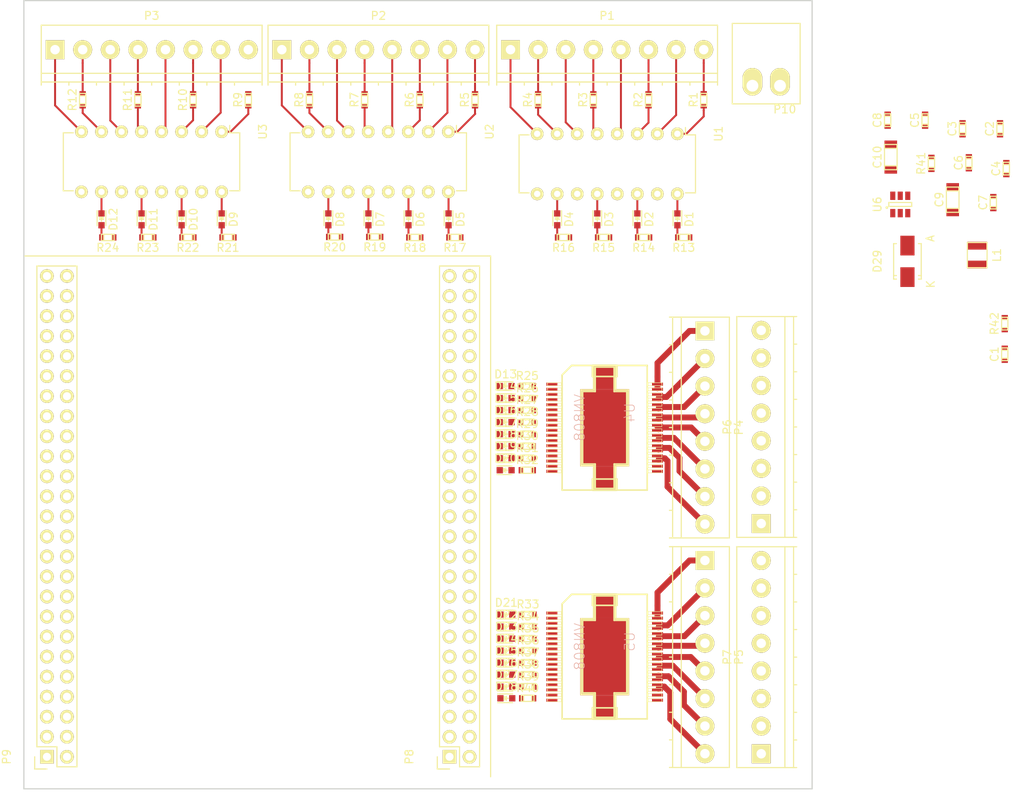
<source format=kicad_pcb>
(kicad_pcb (version 20160815) (host pcbnew "(2016-10-15 revision d1e4399)-makepkg")
  (layers (0 F.Cu signal) (31 B.Cu signal) (34 B.Paste user) (35 F.Paste user) (36 B.SilkS user) (37 F.SilkS user) (38 B.Mask user) (39 F.Mask user) (44 Edge.Cuts user))
  (net 0 "")
  (net 1 GND)
  (net 2 +24V)
  (net 3 "Net-(C7-Pad1)")
  (net 4 "Net-(C7-Pad2)")
  (net 5 +5V)
  (net 6 IN1)
  (net 7 "Net-(D1-Pad2)")
  (net 8 "Net-(D2-Pad2)")
  (net 9 IN2)
  (net 10 IN3)
  (net 11 "Net-(D3-Pad2)")
  (net 12 "Net-(D4-Pad2)")
  (net 13 IN4)
  (net 14 IN5)
  (net 15 "Net-(D5-Pad2)")
  (net 16 "Net-(D6-Pad2)")
  (net 17 IN6)
  (net 18 IN7)
  (net 19 "Net-(D7-Pad2)")
  (net 20 "Net-(D8-Pad2)")
  (net 21 IN8)
  (net 22 IN9)
  (net 23 "Net-(D9-Pad2)")
  (net 24 "Net-(D10-Pad2)")
  (net 25 IN10)
  (net 26 IN11)
  (net 27 "Net-(D11-Pad2)")
  (net 28 "Net-(D12-Pad2)")
  (net 29 IN12)
  (net 30 "Net-(D13-Pad2)")
  (net 31 "Net-(D14-Pad2)")
  (net 32 "Net-(D15-Pad2)")
  (net 33 "Net-(D16-Pad2)")
  (net 34 "Net-(D17-Pad2)")
  (net 35 "Net-(D18-Pad2)")
  (net 36 "Net-(D19-Pad2)")
  (net 37 "Net-(D20-Pad2)")
  (net 38 "Net-(D21-Pad2)")
  (net 39 "Net-(D22-Pad2)")
  (net 40 "Net-(D23-Pad2)")
  (net 41 "Net-(D24-Pad2)")
  (net 42 "Net-(D25-Pad2)")
  (net 43 "Net-(D26-Pad2)")
  (net 44 "Net-(D27-Pad2)")
  (net 45 "Net-(D28-Pad2)")
  (net 46 "Net-(P1-Pad8)")
  (net 47 "Net-(P1-Pad1)")
  (net 48 "Net-(P1-Pad7)")
  (net 49 "Net-(P1-Pad6)")
  (net 50 "Net-(P1-Pad5)")
  (net 51 "Net-(P1-Pad4)")
  (net 52 "Net-(P1-Pad2)")
  (net 53 "Net-(P1-Pad3)")
  (net 54 "Net-(P2-Pad3)")
  (net 55 "Net-(P2-Pad2)")
  (net 56 "Net-(P2-Pad4)")
  (net 57 "Net-(P2-Pad5)")
  (net 58 "Net-(P2-Pad6)")
  (net 59 "Net-(P2-Pad7)")
  (net 60 "Net-(P2-Pad1)")
  (net 61 "Net-(P2-Pad8)")
  (net 62 "Net-(P3-Pad8)")
  (net 63 "Net-(P3-Pad1)")
  (net 64 "Net-(P3-Pad7)")
  (net 65 "Net-(P3-Pad6)")
  (net 66 "Net-(P3-Pad5)")
  (net 67 "Net-(P3-Pad4)")
  (net 68 "Net-(P3-Pad2)")
  (net 69 "Net-(P3-Pad3)")
  (net 70 OUT3)
  (net 71 OUT2)
  (net 72 OUT4)
  (net 73 OUT5)
  (net 74 OUT6)
  (net 75 OUT7)
  (net 76 OUT1)
  (net 77 OUT8)
  (net 78 OUT16)
  (net 79 OUT9)
  (net 80 OUT15)
  (net 81 OUT14)
  (net 82 OUT13)
  (net 83 OUT12)
  (net 84 OUT10)
  (net 85 OUT11)
  (net 86 "Net-(P8-Pad48)")
  (net 87 "Net-(P8-Pad39)")
  (net 88 "Net-(P8-Pad38)")
  (net 89 "Net-(P8-Pad37)")
  (net 90 "Net-(P8-Pad36)")
  (net 91 "Net-(P8-Pad35)")
  (net 92 "Net-(P8-Pad34)")
  (net 93 "Net-(P8-Pad24)")
  (net 94 "Net-(P8-Pad22)")
  (net 95 "Net-(P8-Pad21)")
  (net 96 "Net-(P8-Pad20)")
  (net 97 "Net-(P8-Pad19)")
  (net 98 "Net-(P8-Pad18)")
  (net 99 "Net-(P8-Pad17)")
  (net 100 "Net-(P8-Pad16)")
  (net 101 "Net-(P8-Pad15)")
  (net 102 "Net-(P8-Pad14)")
  (net 103 "Net-(P8-Pad13)")
  (net 104 "Net-(P8-Pad12)")
  (net 105 "Net-(P8-Pad11)")
  (net 106 "Net-(P8-Pad10)")
  (net 107 "Net-(P8-Pad9)")
  (net 108 "Net-(P8-Pad8)")
  (net 109 "Net-(P8-Pad7)")
  (net 110 "Net-(P8-Pad6)")
  (net 111 +3V3)
  (net 112 "Net-(P9-Pad7)")
  (net 113 "Net-(P9-Pad8)")
  (net 114 "Net-(P9-Pad9)")
  (net 115 "Net-(P9-Pad10)")
  (net 116 "Net-(P9-Pad12)")
  (net 117 "Net-(P9-Pad14)")
  (net 118 "Net-(P9-Pad15)")
  (net 119 "Net-(P9-Pad17)")
  (net 120 "Net-(P9-Pad18)")
  (net 121 "Net-(P9-Pad19)")
  (net 122 "Net-(P9-Pad20)")
  (net 123 "Net-(P9-Pad21)")
  (net 124 "Net-(P9-Pad23)")
  (net 125 "Net-(P9-Pad24)")
  (net 126 "Net-(P9-Pad25)")
  (net 127 "Net-(P9-Pad26)")
  (net 128 "Net-(P9-Pad28)")
  (net 129 "Net-(P9-Pad35)")
  (net 130 "Net-(P9-Pad37)")
  (net 131 "Net-(P9-Pad38)")
  (net 132 "Net-(P9-Pad39)")
  (net 133 "Net-(P9-Pad40)")
  (net 134 "Net-(P9-Pad41)")
  (net 135 "Net-(P9-Pad42)")
  (net 136 "Net-(P9-Pad43)")
  (net 137 "Net-(P9-Pad44)")
  (net 138 "Net-(P9-Pad45)")
  (net 139 "Net-(P9-Pad46)")
  (net 140 "Net-(P9-Pad47)")
  (net 141 "Net-(P9-Pad48)")
  (net 142 "Net-(R1-Pad1)")
  (net 143 "Net-(R2-Pad1)")
  (net 144 "Net-(R3-Pad1)")
  (net 145 "Net-(R4-Pad1)")
  (net 146 "Net-(R5-Pad1)")
  (net 147 "Net-(R6-Pad1)")
  (net 148 "Net-(R7-Pad1)")
  (net 149 "Net-(R8-Pad1)")
  (net 150 "Net-(R9-Pad1)")
  (net 151 "Net-(R10-Pad1)")
  (net 152 "Net-(R11-Pad1)")
  (net 153 "Net-(R12-Pad1)")
  (net 154 "Net-(R41-Pad1)")
  (net 155 /supply/EN_5V)
  (net 156 "Net-(U4-Pad20)")
  (net 157 "Net-(U5-Pad20)")
  (net 158 PO3)
  (net 159 PO2)
  (net 160 PO4)
  (net 161 PO5)
  (net 162 PO6)
  (net 163 PO7)
  (net 164 PO1)
  (net 165 PO8)
  (net 166 PO16)
  (net 167 PO9)
  (net 168 PO15)
  (net 169 PO14)
  (net 170 PO13)
  (net 171 PO12)
  (net 172 PO10)
  (net 173 PO11)
  (module io_base:POWERSO36 (layer F.Cu) (at 131.9403 101.5365 270)
    (fp_text reference U4 (at -1.905 -3.175 270) (layer B.SilkS) (effects (font (size 1.27 1.27) (thickness 0.0889)) (justify mirror)))
    (fp_text value VN808 (at -1.27 3.175 270) (layer B.SilkS) (effects (font (size 1.27 1.27) (thickness 0.0889)) (justify mirror)))
    (pad 1 smd rect (at -5.5245 6.69798 270) (size 0.39878 1.39954) (layers F.Cu F.Paste F.Mask) (net 2 +24V))
    (pad 2 smd rect (at -4.87426 6.69798 270) (size 0.39878 1.39954) (layers F.Cu F.Paste F.Mask))
    (pad 3 smd rect (at -4.22402 6.69798 270) (size 0.39878 1.39954) (layers F.Cu F.Paste F.Mask))
    (pad 4 smd rect (at -3.57378 6.69798 270) (size 0.39878 1.39954) (layers F.Cu F.Paste F.Mask))
    (pad 5 smd rect (at -2.92354 6.69798 270) (size 0.39878 1.39954) (layers F.Cu F.Paste F.Mask))
    (pad 6 smd rect (at -2.2733 6.69798 270) (size 0.39878 1.39954) (layers F.Cu F.Paste F.Mask) (net 76 OUT1))
    (pad 7 smd rect (at -1.62306 6.69798 270) (size 0.39878 1.39954) (layers F.Cu F.Paste F.Mask) (net 71 OUT2))
    (pad 8 smd rect (at -0.97282 6.69798 270) (size 0.39878 1.39954) (layers F.Cu F.Paste F.Mask) (net 70 OUT3))
    (pad 9 smd rect (at -0.32258 6.69798 270) (size 0.39878 1.39954) (layers F.Cu F.Paste F.Mask) (net 72 OUT4))
    (pad 10 smd rect (at 0.32258 6.69798 270) (size 0.39878 1.39954) (layers F.Cu F.Paste F.Mask) (net 73 OUT5))
    (pad 11 smd rect (at 0.97282 6.69798 270) (size 0.39878 1.39954) (layers F.Cu F.Paste F.Mask) (net 74 OUT6))
    (pad 12 smd rect (at 1.62306 6.69798 270) (size 0.39878 1.39954) (layers F.Cu F.Paste F.Mask) (net 75 OUT7))
    (pad 13 smd rect (at 2.2733 6.69798 270) (size 0.39878 1.39954) (layers F.Cu F.Paste F.Mask) (net 77 OUT8))
    (pad 14 smd rect (at 2.92354 6.69798 270) (size 0.39878 1.39954) (layers F.Cu F.Paste F.Mask))
    (pad 15 smd rect (at 3.57378 6.69798 270) (size 0.39878 1.39954) (layers F.Cu F.Paste F.Mask))
    (pad 16 smd rect (at 4.22402 6.69798 270) (size 0.39878 1.39954) (layers F.Cu F.Paste F.Mask))
    (pad 17 smd rect (at 4.87426 6.69798 270) (size 0.39878 1.39954) (layers F.Cu F.Paste F.Mask))
    (pad 18 smd rect (at 5.5245 6.69798 270) (size 0.39878 1.39954) (layers F.Cu F.Paste F.Mask))
    (pad 19 smd rect (at 5.5245 -6.69798 270) (size 0.39878 1.39954) (layers F.Cu F.Paste F.Mask) (net 1 GND))
    (pad 20 smd rect (at 4.87426 -6.69798 270) (size 0.39878 1.39954) (layers F.Cu F.Paste F.Mask) (net 156 "Net-(U4-Pad20)"))
    (pad 21 smd rect (at 4.22402 -6.69798 270) (size 0.39878 1.39954) (layers F.Cu F.Paste F.Mask) (net 165 PO8))
    (pad 21 smd rect (at 3.57378 -6.69798 270) (size 0.39878 1.39954) (layers F.Cu F.Paste F.Mask) (net 165 PO8))
    (pad 23 smd rect (at 2.92354 -6.69798 270) (size 0.39878 1.39954) (layers F.Cu F.Paste F.Mask) (net 163 PO7))
    (pad 23 smd rect (at 2.2733 -6.69798 270) (size 0.39878 1.39954) (layers F.Cu F.Paste F.Mask) (net 163 PO7))
    (pad 25 smd rect (at 1.62306 -6.69798 270) (size 0.39878 1.39954) (layers F.Cu F.Paste F.Mask) (net 162 PO6))
    (pad 25 smd rect (at 0.97282 -6.69798 270) (size 0.39878 1.39954) (layers F.Cu F.Paste F.Mask) (net 162 PO6))
    (pad 27 smd rect (at 0.32258 -6.69798 270) (size 0.39878 1.39954) (layers F.Cu F.Paste F.Mask) (net 161 PO5))
    (pad 27 smd rect (at -0.32258 -6.69798 270) (size 0.39878 1.39954) (layers F.Cu F.Paste F.Mask) (net 161 PO5))
    (pad 29 smd rect (at -0.97282 -6.69798 270) (size 0.39878 1.39954) (layers F.Cu F.Paste F.Mask) (net 160 PO4))
    (pad 29 smd rect (at -1.62306 -6.69798 270) (size 0.39878 1.39954) (layers F.Cu F.Paste F.Mask) (net 160 PO4))
    (pad 31 smd rect (at -2.2733 -6.69798 270) (size 0.39878 1.39954) (layers F.Cu F.Paste F.Mask) (net 158 PO3))
    (pad 31 smd rect (at -2.92354 -6.69798 270) (size 0.39878 1.39954) (layers F.Cu F.Paste F.Mask) (net 158 PO3))
    (pad 33 smd rect (at -3.57378 -6.69798 270) (size 0.39878 1.39954) (layers F.Cu F.Paste F.Mask) (net 159 PO2))
    (pad 33 smd rect (at -4.22402 -6.69798 270) (size 0.39878 1.39954) (layers F.Cu F.Paste F.Mask) (net 159 PO2))
    (pad 35 smd rect (at -4.87426 -6.69798 270) (size 0.39878 1.39954) (layers F.Cu F.Paste F.Mask) (net 164 PO1))
    (pad 35 smd rect (at -5.5245 -6.69798 270) (size 0.39878 1.39954) (layers F.Cu F.Paste F.Mask) (net 164 PO1))
    (pad 51 smd rect (at 0 0 270) (size 9.79932 6.1976) (layers F.Cu F.Paste F.Mask))
    (pad 50 smd rect (at -6.44906 0 270) (size 3.0988 2.89814) (layers F.Cu F.Paste F.Mask))
    (pad 52 smd rect (at 6.44906 0 270) (size 3.0988 2.89814) (layers F.Cu F.Paste F.Mask))
  )
  (module io_base:POWERSO36 (layer F.Cu) (at 131.9403 130.556 270)
    (fp_text reference U5 (at -1.905 -3.175 270) (layer B.SilkS) (effects (font (size 1.27 1.27) (thickness 0.0889)) (justify mirror)))
    (fp_text value VN808 (at -1.27 3.175 270) (layer B.SilkS) (effects (font (size 1.27 1.27) (thickness 0.0889)) (justify mirror)))
    (pad 1 smd rect (at -5.5245 6.69798 270) (size 0.39878 1.39954) (layers F.Cu F.Paste F.Mask) (net 2 +24V))
    (pad 2 smd rect (at -4.87426 6.69798 270) (size 0.39878 1.39954) (layers F.Cu F.Paste F.Mask))
    (pad 3 smd rect (at -4.22402 6.69798 270) (size 0.39878 1.39954) (layers F.Cu F.Paste F.Mask))
    (pad 4 smd rect (at -3.57378 6.69798 270) (size 0.39878 1.39954) (layers F.Cu F.Paste F.Mask))
    (pad 5 smd rect (at -2.92354 6.69798 270) (size 0.39878 1.39954) (layers F.Cu F.Paste F.Mask))
    (pad 6 smd rect (at -2.2733 6.69798 270) (size 0.39878 1.39954) (layers F.Cu F.Paste F.Mask) (net 79 OUT9))
    (pad 7 smd rect (at -1.62306 6.69798 270) (size 0.39878 1.39954) (layers F.Cu F.Paste F.Mask) (net 84 OUT10))
    (pad 8 smd rect (at -0.97282 6.69798 270) (size 0.39878 1.39954) (layers F.Cu F.Paste F.Mask) (net 85 OUT11))
    (pad 9 smd rect (at -0.32258 6.69798 270) (size 0.39878 1.39954) (layers F.Cu F.Paste F.Mask) (net 83 OUT12))
    (pad 10 smd rect (at 0.32258 6.69798 270) (size 0.39878 1.39954) (layers F.Cu F.Paste F.Mask) (net 82 OUT13))
    (pad 11 smd rect (at 0.97282 6.69798 270) (size 0.39878 1.39954) (layers F.Cu F.Paste F.Mask) (net 81 OUT14))
    (pad 12 smd rect (at 1.62306 6.69798 270) (size 0.39878 1.39954) (layers F.Cu F.Paste F.Mask) (net 80 OUT15))
    (pad 13 smd rect (at 2.2733 6.69798 270) (size 0.39878 1.39954) (layers F.Cu F.Paste F.Mask) (net 78 OUT16))
    (pad 14 smd rect (at 2.92354 6.69798 270) (size 0.39878 1.39954) (layers F.Cu F.Paste F.Mask))
    (pad 15 smd rect (at 3.57378 6.69798 270) (size 0.39878 1.39954) (layers F.Cu F.Paste F.Mask))
    (pad 16 smd rect (at 4.22402 6.69798 270) (size 0.39878 1.39954) (layers F.Cu F.Paste F.Mask))
    (pad 17 smd rect (at 4.87426 6.69798 270) (size 0.39878 1.39954) (layers F.Cu F.Paste F.Mask))
    (pad 18 smd rect (at 5.5245 6.69798 270) (size 0.39878 1.39954) (layers F.Cu F.Paste F.Mask))
    (pad 19 smd rect (at 5.5245 -6.69798 270) (size 0.39878 1.39954) (layers F.Cu F.Paste F.Mask) (net 1 GND))
    (pad 20 smd rect (at 4.87426 -6.69798 270) (size 0.39878 1.39954) (layers F.Cu F.Paste F.Mask) (net 157 "Net-(U5-Pad20)"))
    (pad 21 smd rect (at 4.22402 -6.69798 270) (size 0.39878 1.39954) (layers F.Cu F.Paste F.Mask) (net 166 PO16))
    (pad 21 smd rect (at 3.57378 -6.69798 270) (size 0.39878 1.39954) (layers F.Cu F.Paste F.Mask) (net 166 PO16))
    (pad 23 smd rect (at 2.92354 -6.69798 270) (size 0.39878 1.39954) (layers F.Cu F.Paste F.Mask) (net 168 PO15))
    (pad 23 smd rect (at 2.2733 -6.69798 270) (size 0.39878 1.39954) (layers F.Cu F.Paste F.Mask) (net 168 PO15))
    (pad 25 smd rect (at 1.62306 -6.69798 270) (size 0.39878 1.39954) (layers F.Cu F.Paste F.Mask) (net 169 PO14))
    (pad 25 smd rect (at 0.97282 -6.69798 270) (size 0.39878 1.39954) (layers F.Cu F.Paste F.Mask) (net 169 PO14))
    (pad 27 smd rect (at 0.32258 -6.69798 270) (size 0.39878 1.39954) (layers F.Cu F.Paste F.Mask) (net 170 PO13))
    (pad 27 smd rect (at -0.32258 -6.69798 270) (size 0.39878 1.39954) (layers F.Cu F.Paste F.Mask) (net 170 PO13))
    (pad 29 smd rect (at -0.97282 -6.69798 270) (size 0.39878 1.39954) (layers F.Cu F.Paste F.Mask) (net 171 PO12))
    (pad 29 smd rect (at -1.62306 -6.69798 270) (size 0.39878 1.39954) (layers F.Cu F.Paste F.Mask) (net 171 PO12))
    (pad 31 smd rect (at -2.2733 -6.69798 270) (size 0.39878 1.39954) (layers F.Cu F.Paste F.Mask) (net 173 PO11))
    (pad 31 smd rect (at -2.92354 -6.69798 270) (size 0.39878 1.39954) (layers F.Cu F.Paste F.Mask) (net 173 PO11))
    (pad 33 smd rect (at -3.57378 -6.69798 270) (size 0.39878 1.39954) (layers F.Cu F.Paste F.Mask) (net 172 PO10))
    (pad 33 smd rect (at -4.22402 -6.69798 270) (size 0.39878 1.39954) (layers F.Cu F.Paste F.Mask) (net 172 PO10))
    (pad 35 smd rect (at -4.87426 -6.69798 270) (size 0.39878 1.39954) (layers F.Cu F.Paste F.Mask) (net 167 PO9))
    (pad 35 smd rect (at -5.5245 -6.69798 270) (size 0.39878 1.39954) (layers F.Cu F.Paste F.Mask) (net 167 PO9))
    (pad 51 smd rect (at 0 0 270) (size 9.79932 6.1976) (layers F.Cu F.Paste F.Mask))
    (pad 50 smd rect (at -6.44906 0 270) (size 3.0988 2.89814) (layers F.Cu F.Paste F.Mask))
    (pad 52 smd rect (at 6.44906 0 270) (size 3.0988 2.89814) (layers F.Cu F.Paste F.Mask))
  )
  (module stmbl:C_0603 (layer F.Cu) (at 182.6696 92.214756 90)
    (fp_text reference C1 (at 0 -1.3 90) (layer F.SilkS))
    (fp_text value 100n)
    (pad 2 smd rect (at 0.8 0 90) (size 0.6 0.8) (layers F.Cu F.Paste F.Mask) (net 1 GND))
    (pad 1 smd rect (at -0.8 0 90) (size 0.6 0.8) (layers F.Cu F.Paste F.Mask) (net 2 +24V))
  )
  (module stmbl:C_0603 (layer F.Cu) (at 182.069601 63.624756 90)
    (fp_text reference C2 (at 0 -1.3 90) (layer F.SilkS))
    (fp_text value 100n)
    (pad 1 smd rect (at -0.8 0 90) (size 0.6 0.8) (layers F.Cu F.Paste F.Mask) (net 2 +24V))
    (pad 2 smd rect (at 0.8 0 90) (size 0.6 0.8) (layers F.Cu F.Paste F.Mask) (net 1 GND))
  )
  (module stmbl:C_0603 (layer F.Cu) (at 177.319599 63.624756 90)
    (fp_text reference C3 (at 0 -1.3 90) (layer F.SilkS))
    (fp_text value 100n)
    (pad 2 smd rect (at 0.8 0 90) (size 0.6 0.8) (layers F.Cu F.Paste F.Mask) (net 1 GND))
    (pad 1 smd rect (at -0.8 0 90) (size 0.6 0.8) (layers F.Cu F.Paste F.Mask) (net 2 +24V))
  )
  (module stmbl:C_0603 (layer F.Cu) (at 182.8696 68.674756 90)
    (fp_text reference C4 (at 0 -1.3 90) (layer F.SilkS))
    (fp_text value 100n)
    (pad 1 smd rect (at -0.8 0 90) (size 0.6 0.8) (layers F.Cu F.Paste F.Mask) (net 2 +24V))
    (pad 2 smd rect (at 0.8 0 90) (size 0.6 0.8) (layers F.Cu F.Paste F.Mask) (net 1 GND))
  )
  (module stmbl:C_0603 (layer F.Cu) (at 172.5696 62.534756 90)
    (fp_text reference C5 (at 0 -1.3 90) (layer F.SilkS))
    (fp_text value 100n)
    (pad 2 smd rect (at 0.8 0 90) (size 0.6 0.8) (layers F.Cu F.Paste F.Mask) (net 1 GND))
    (pad 1 smd rect (at -0.8 0 90) (size 0.6 0.8) (layers F.Cu F.Paste F.Mask) (net 2 +24V))
  )
  (module stmbl:C_0603 (layer F.Cu) (at 178.1196 67.934756 90)
    (fp_text reference C6 (at 0 -1.3 90) (layer F.SilkS))
    (fp_text value 100n)
    (pad 1 smd rect (at -0.8 0 90) (size 0.6 0.8) (layers F.Cu F.Paste F.Mask) (net 2 +24V))
    (pad 2 smd rect (at 0.8 0 90) (size 0.6 0.8) (layers F.Cu F.Paste F.Mask) (net 1 GND))
  )
  (module stmbl:C_0603 (layer F.Cu) (at 181.2196 72.984756 90)
    (fp_text reference C7 (at 0 -1.3 90) (layer F.SilkS))
    (fp_text value 100n)
    (pad 1 smd rect (at -0.8 0 90) (size 0.6 0.8) (layers F.Cu F.Paste F.Mask) (net 3 "Net-(C7-Pad1)"))
    (pad 2 smd rect (at 0.8 0 90) (size 0.6 0.8) (layers F.Cu F.Paste F.Mask) (net 4 "Net-(C7-Pad2)"))
  )
  (module stmbl:C_0603 (layer F.Cu) (at 167.8196 62.534757 90)
    (fp_text reference C8 (at 0 -1.3 90) (layer F.SilkS))
    (fp_text value 100n)
    (pad 2 smd rect (at 0.8 0 90) (size 0.6 0.8) (layers F.Cu F.Paste F.Mask) (net 1 GND))
    (pad 1 smd rect (at -0.8 0 90) (size 0.6 0.8) (layers F.Cu F.Paste F.Mask) (net 5 +5V))
  )
  (module stmbl:C_1206 (layer F.Cu) (at 176.0696 72.615706 90)
    (fp_text reference C9 (at 0 -1.7 90) (layer F.SilkS))
    (fp_text value 10µ)
    (pad 1 smd rect (at -1.6 0 90) (size 1 1.6) (layers F.Cu F.Paste F.Mask) (net 5 +5V))
    (pad 2 smd rect (at 1.6 0 90) (size 1 1.6) (layers F.Cu F.Paste F.Mask) (net 1 GND))
  )
  (module stmbl:C_1206 (layer F.Cu) (at 168.2196 67.215707 90)
    (fp_text reference C10 (at 0 -1.7 90) (layer F.SilkS))
    (fp_text value 10µ)
    (pad 2 smd rect (at 1.6 0 90) (size 1 1.6) (layers F.Cu F.Paste F.Mask) (net 1 GND))
    (pad 1 smd rect (at -1.6 0 90) (size 1 1.6) (layers F.Cu F.Paste F.Mask) (net 5 +5V))
  )
  (module LEDs:LED_0603 (layer F.Cu) (at 141.1605 75.1078 270)
    (fp_text reference D1 (at 0 -1.5 270) (layer F.SilkS))
    (fp_text value LED)
    (pad 1 smd rect (at -0.7493 0 90) (size 0.79756 0.79756) (layers F.Cu F.Paste F.Mask) (net 6 IN1))
    (pad 2 smd rect (at 0.7493 0 90) (size 0.79756 0.79756) (layers F.Cu F.Paste F.Mask) (net 7 "Net-(D1-Pad2)"))
  )
  (module LEDs:LED_0603 (layer F.Cu) (at 136.0805 75.1078 270)
    (fp_text reference D2 (at 0 -1.5 270) (layer F.SilkS))
    (fp_text value LED)
    (pad 2 smd rect (at 0.7493 0 90) (size 0.79756 0.79756) (layers F.Cu F.Paste F.Mask) (net 8 "Net-(D2-Pad2)"))
    (pad 1 smd rect (at -0.7493 0 90) (size 0.79756 0.79756) (layers F.Cu F.Paste F.Mask) (net 9 IN2))
  )
  (module LEDs:LED_0603 (layer F.Cu) (at 131.0005 75.1078 270)
    (fp_text reference D3 (at 0 -1.5 270) (layer F.SilkS))
    (fp_text value LED)
    (pad 1 smd rect (at -0.7493 0 90) (size 0.79756 0.79756) (layers F.Cu F.Paste F.Mask) (net 10 IN3))
    (pad 2 smd rect (at 0.7493 0 90) (size 0.79756 0.79756) (layers F.Cu F.Paste F.Mask) (net 11 "Net-(D3-Pad2)"))
  )
  (module LEDs:LED_0603 (layer F.Cu) (at 125.9205 75.1078 270)
    (fp_text reference D4 (at 0 -1.5 270) (layer F.SilkS))
    (fp_text value LED)
    (pad 2 smd rect (at 0.7493 0 90) (size 0.79756 0.79756) (layers F.Cu F.Paste F.Mask) (net 12 "Net-(D4-Pad2)"))
    (pad 1 smd rect (at -0.7493 0 90) (size 0.79756 0.79756) (layers F.Cu F.Paste F.Mask) (net 13 IN4))
  )
  (module LEDs:LED_0603 (layer F.Cu) (at 112.141 75.1078 270)
    (fp_text reference D5 (at 0 -1.5 270) (layer F.SilkS))
    (fp_text value LED)
    (pad 1 smd rect (at -0.7493 0 90) (size 0.79756 0.79756) (layers F.Cu F.Paste F.Mask) (net 14 IN5))
    (pad 2 smd rect (at 0.7493 0 90) (size 0.79756 0.79756) (layers F.Cu F.Paste F.Mask) (net 15 "Net-(D5-Pad2)"))
  )
  (module LEDs:LED_0603 (layer F.Cu) (at 107.061 75.1078 270)
    (fp_text reference D6 (at 0 -1.5 270) (layer F.SilkS))
    (fp_text value LED)
    (pad 2 smd rect (at 0.7493 0 90) (size 0.79756 0.79756) (layers F.Cu F.Paste F.Mask) (net 16 "Net-(D6-Pad2)"))
    (pad 1 smd rect (at -0.7493 0 90) (size 0.79756 0.79756) (layers F.Cu F.Paste F.Mask) (net 17 IN6))
  )
  (module LEDs:LED_0603 (layer F.Cu) (at 101.981 75.1078 270)
    (fp_text reference D7 (at 0 -1.5 270) (layer F.SilkS))
    (fp_text value LED)
    (pad 1 smd rect (at -0.7493 0 90) (size 0.79756 0.79756) (layers F.Cu F.Paste F.Mask) (net 18 IN7))
    (pad 2 smd rect (at 0.7493 0 90) (size 0.79756 0.79756) (layers F.Cu F.Paste F.Mask) (net 19 "Net-(D7-Pad2)"))
  )
  (module LEDs:LED_0603 (layer F.Cu) (at 96.901 75.1078 270)
    (fp_text reference D8 (at 0 -1.5 270) (layer F.SilkS))
    (fp_text value LED)
    (pad 2 smd rect (at 0.7493 0 90) (size 0.79756 0.79756) (layers F.Cu F.Paste F.Mask) (net 20 "Net-(D8-Pad2)"))
    (pad 1 smd rect (at -0.7493 0 90) (size 0.79756 0.79756) (layers F.Cu F.Paste F.Mask) (net 21 IN8))
  )
  (module LEDs:LED_0603 (layer F.Cu) (at 83.3755 75.1078 270)
    (fp_text reference D9 (at 0 -1.5 270) (layer F.SilkS))
    (fp_text value LED)
    (pad 1 smd rect (at -0.7493 0 90) (size 0.79756 0.79756) (layers F.Cu F.Paste F.Mask) (net 22 IN9))
    (pad 2 smd rect (at 0.7493 0 90) (size 0.79756 0.79756) (layers F.Cu F.Paste F.Mask) (net 23 "Net-(D9-Pad2)"))
  )
  (module LEDs:LED_0603 (layer F.Cu) (at 78.2955 75.1078 270)
    (fp_text reference D10 (at 0 -1.5 270) (layer F.SilkS))
    (fp_text value LED)
    (pad 2 smd rect (at 0.7493 0 90) (size 0.79756 0.79756) (layers F.Cu F.Paste F.Mask) (net 24 "Net-(D10-Pad2)"))
    (pad 1 smd rect (at -0.7493 0 90) (size 0.79756 0.79756) (layers F.Cu F.Paste F.Mask) (net 25 IN10))
  )
  (module LEDs:LED_0603 (layer F.Cu) (at 73.2155 75.1078 270)
    (fp_text reference D11 (at 0 -1.5 270) (layer F.SilkS))
    (fp_text value LED)
    (pad 1 smd rect (at -0.7493 0 90) (size 0.79756 0.79756) (layers F.Cu F.Paste F.Mask) (net 26 IN11))
    (pad 2 smd rect (at 0.7493 0 90) (size 0.79756 0.79756) (layers F.Cu F.Paste F.Mask) (net 27 "Net-(D11-Pad2)"))
  )
  (module LEDs:LED_0603 (layer F.Cu) (at 68.1355 75.1078 270)
    (fp_text reference D12 (at 0 -1.5 270) (layer F.SilkS))
    (fp_text value LED)
    (pad 2 smd rect (at 0.7493 0 90) (size 0.79756 0.79756) (layers F.Cu F.Paste F.Mask) (net 28 "Net-(D12-Pad2)"))
    (pad 1 smd rect (at -0.7493 0 90) (size 0.79756 0.79756) (layers F.Cu F.Paste F.Mask) (net 29 IN12))
  )
  (module LEDs:LED_0603 (layer F.Cu) (at 119.382678 96.252358)
    (fp_text reference D13 (at 0 -1.5) (layer F.SilkS))
    (fp_text value LED)
    (pad 1 smd rect (at -0.7493 0 180) (size 0.79756 0.79756) (layers F.Cu F.Paste F.Mask) (net 1 GND))
    (pad 2 smd rect (at 0.7493 0 180) (size 0.79756 0.79756) (layers F.Cu F.Paste F.Mask) (net 30 "Net-(D13-Pad2)"))
  )
  (module LEDs:LED_0603 (layer F.Cu) (at 119.382678 97.776358)
    (fp_text reference D14 (at 0 -1.5) (layer F.SilkS))
    (fp_text value LED)
    (pad 1 smd rect (at -0.7493 0 180) (size 0.79756 0.79756) (layers F.Cu F.Paste F.Mask) (net 1 GND))
    (pad 2 smd rect (at 0.7493 0 180) (size 0.79756 0.79756) (layers F.Cu F.Paste F.Mask) (net 31 "Net-(D14-Pad2)"))
  )
  (module LEDs:LED_0603 (layer F.Cu) (at 119.382678 99.300358)
    (fp_text reference D15 (at 0 -1.5) (layer F.SilkS))
    (fp_text value LED)
    (pad 2 smd rect (at 0.7493 0 180) (size 0.79756 0.79756) (layers F.Cu F.Paste F.Mask) (net 32 "Net-(D15-Pad2)"))
    (pad 1 smd rect (at -0.7493 0 180) (size 0.79756 0.79756) (layers F.Cu F.Paste F.Mask) (net 1 GND))
  )
  (module LEDs:LED_0603 (layer F.Cu) (at 119.382678 100.824358)
    (fp_text reference D16 (at 0 -1.5) (layer F.SilkS))
    (fp_text value LED)
    (pad 2 smd rect (at 0.7493 0 180) (size 0.79756 0.79756) (layers F.Cu F.Paste F.Mask) (net 33 "Net-(D16-Pad2)"))
    (pad 1 smd rect (at -0.7493 0 180) (size 0.79756 0.79756) (layers F.Cu F.Paste F.Mask) (net 1 GND))
  )
  (module LEDs:LED_0603 (layer F.Cu) (at 119.382678 102.348358)
    (fp_text reference D17 (at 0 -1.5) (layer F.SilkS))
    (fp_text value LED)
    (pad 1 smd rect (at -0.7493 0 180) (size 0.79756 0.79756) (layers F.Cu F.Paste F.Mask) (net 1 GND))
    (pad 2 smd rect (at 0.7493 0 180) (size 0.79756 0.79756) (layers F.Cu F.Paste F.Mask) (net 34 "Net-(D17-Pad2)"))
  )
  (module LEDs:LED_0603 (layer F.Cu) (at 119.382678 103.872358)
    (fp_text reference D18 (at 0 -1.5) (layer F.SilkS))
    (fp_text value LED)
    (pad 2 smd rect (at 0.7493 0 180) (size 0.79756 0.79756) (layers F.Cu F.Paste F.Mask) (net 35 "Net-(D18-Pad2)"))
    (pad 1 smd rect (at -0.7493 0 180) (size 0.79756 0.79756) (layers F.Cu F.Paste F.Mask) (net 1 GND))
  )
  (module LEDs:LED_0603 (layer F.Cu) (at 119.382678 105.396358)
    (fp_text reference D19 (at 0 -1.5) (layer F.SilkS))
    (fp_text value LED)
    (pad 1 smd rect (at -0.7493 0 180) (size 0.79756 0.79756) (layers F.Cu F.Paste F.Mask) (net 1 GND))
    (pad 2 smd rect (at 0.7493 0 180) (size 0.79756 0.79756) (layers F.Cu F.Paste F.Mask) (net 36 "Net-(D19-Pad2)"))
  )
  (module LEDs:LED_0603 (layer F.Cu) (at 119.382678 106.920358)
    (fp_text reference D20 (at 0 -1.5) (layer F.SilkS))
    (fp_text value LED)
    (pad 2 smd rect (at 0.7493 0 180) (size 0.79756 0.79756) (layers F.Cu F.Paste F.Mask) (net 37 "Net-(D20-Pad2)"))
    (pad 1 smd rect (at -0.7493 0 180) (size 0.79756 0.79756) (layers F.Cu F.Paste F.Mask) (net 1 GND))
  )
  (module LEDs:LED_0603 (layer F.Cu) (at 119.4689 125.222)
    (fp_text reference D21 (at 0 -1.5) (layer F.SilkS))
    (fp_text value LED)
    (pad 1 smd rect (at -0.7493 0 180) (size 0.79756 0.79756) (layers F.Cu F.Paste F.Mask) (net 1 GND))
    (pad 2 smd rect (at 0.7493 0 180) (size 0.79756 0.79756) (layers F.Cu F.Paste F.Mask) (net 38 "Net-(D21-Pad2)"))
  )
  (module LEDs:LED_0603 (layer F.Cu) (at 119.4689 126.746)
    (fp_text reference D22 (at 0 -1.5) (layer F.SilkS))
    (fp_text value LED)
    (pad 2 smd rect (at 0.7493 0 180) (size 0.79756 0.79756) (layers F.Cu F.Paste F.Mask) (net 39 "Net-(D22-Pad2)"))
    (pad 1 smd rect (at -0.7493 0 180) (size 0.79756 0.79756) (layers F.Cu F.Paste F.Mask) (net 1 GND))
  )
  (module LEDs:LED_0603 (layer F.Cu) (at 119.4689 128.27)
    (fp_text reference D23 (at 0 -1.5) (layer F.SilkS))
    (fp_text value LED)
    (pad 1 smd rect (at -0.7493 0 180) (size 0.79756 0.79756) (layers F.Cu F.Paste F.Mask) (net 1 GND))
    (pad 2 smd rect (at 0.7493 0 180) (size 0.79756 0.79756) (layers F.Cu F.Paste F.Mask) (net 40 "Net-(D23-Pad2)"))
  )
  (module LEDs:LED_0603 (layer F.Cu) (at 119.4689 129.794)
    (fp_text reference D24 (at 0 -1.5) (layer F.SilkS))
    (fp_text value LED)
    (pad 2 smd rect (at 0.7493 0 180) (size 0.79756 0.79756) (layers F.Cu F.Paste F.Mask) (net 41 "Net-(D24-Pad2)"))
    (pad 1 smd rect (at -0.7493 0 180) (size 0.79756 0.79756) (layers F.Cu F.Paste F.Mask) (net 1 GND))
  )
  (module LEDs:LED_0603 (layer F.Cu) (at 119.4689 131.318)
    (fp_text reference D25 (at 0 -1.5) (layer F.SilkS))
    (fp_text value LED)
    (pad 1 smd rect (at -0.7493 0 180) (size 0.79756 0.79756) (layers F.Cu F.Paste F.Mask) (net 1 GND))
    (pad 2 smd rect (at 0.7493 0 180) (size 0.79756 0.79756) (layers F.Cu F.Paste F.Mask) (net 42 "Net-(D25-Pad2)"))
  )
  (module LEDs:LED_0603 (layer F.Cu) (at 119.4689 132.842)
    (fp_text reference D26 (at 0 -1.5) (layer F.SilkS))
    (fp_text value LED)
    (pad 2 smd rect (at 0.7493 0 180) (size 0.79756 0.79756) (layers F.Cu F.Paste F.Mask) (net 43 "Net-(D26-Pad2)"))
    (pad 1 smd rect (at -0.7493 0 180) (size 0.79756 0.79756) (layers F.Cu F.Paste F.Mask) (net 1 GND))
  )
  (module LEDs:LED_0603 (layer F.Cu) (at 119.4689 134.366)
    (fp_text reference D27 (at 0 -1.5) (layer F.SilkS))
    (fp_text value LED)
    (pad 2 smd rect (at 0.7493 0 180) (size 0.79756 0.79756) (layers F.Cu F.Paste F.Mask) (net 44 "Net-(D27-Pad2)"))
    (pad 1 smd rect (at -0.7493 0 180) (size 0.79756 0.79756) (layers F.Cu F.Paste F.Mask) (net 1 GND))
  )
  (module LEDs:LED_0603 (layer F.Cu) (at 119.4689 135.8392)
    (fp_text reference D28 (at 0 -1.5) (layer F.SilkS))
    (fp_text value LED)
    (pad 1 smd rect (at -0.7493 0 180) (size 0.79756 0.79756) (layers F.Cu F.Paste F.Mask) (net 1 GND))
    (pad 2 smd rect (at 0.7493 0 180) (size 0.79756 0.79756) (layers F.Cu F.Paste F.Mask) (net 45 "Net-(D28-Pad2)"))
  )
  (module Diodes_SMD:SMA_Standard (layer F.Cu) (at 170.3296 80.435706 90)
    (fp_text reference D29 (at 0 -3.81 90) (layer F.SilkS))
    (fp_text value B240A)
    (fp_text user K (at -2.9 2.95 90) (layer F.SilkS))
    (fp_text user A (at 2.9 2.9 90) (layer F.SilkS))
    (pad 2 smd rect (at 1.99898 0 90) (size 2.49936 1.80086) (layers F.Cu F.Paste F.Mask) (net 1 GND))
    (pad 1 smd rect (at -1.99898 0 90) (size 2.49936 1.80086) (layers F.Cu F.Paste F.Mask) (net 4 "Net-(C7-Pad2)"))
  )
  (module stmbl:SMD_INDUCTOR_32x25 (layer F.Cu) (at 179.1796 79.647613 90)
    (fp_text reference L1 (at 0 2.5 90) (layer F.SilkS))
    (fp_text value "4.7µH 1.5A")
    (pad 2 smd rect (at 1.2 0 180) (size 2.5 1) (layers F.Cu F.Paste F.Mask) (net 5 +5V))
    (pad 1 smd rect (at -1.2 0 180) (size 2.5 1) (layers F.Cu F.Paste F.Mask) (net 4 "Net-(C7-Pad2)"))
  )
  (module Terminal_Blocks:TerminalBlock_Pheonix_PT-3.5mm_8pol (layer F.Cu) (at 120 53.594)
    (fp_text reference P1 (at 12.25 -4.3) (layer F.SilkS))
    (fp_text value CONN_01X08)
    (pad 8 thru_hole circle (at 24.5 0) (size 2.4 2.4) (drill 1.2) (layers *.Cu *.Mask F.SilkS) (net 46 "Net-(P1-Pad8)"))
    (pad 1 thru_hole rect (at 0 0) (size 2.4 2.4) (drill 1.2) (layers *.Cu *.Mask F.SilkS) (net 47 "Net-(P1-Pad1)"))
    (pad 7 thru_hole circle (at 21 0) (size 2.4 2.4) (drill 1.2) (layers *.Cu *.Mask F.SilkS) (net 48 "Net-(P1-Pad7)"))
    (pad 6 thru_hole circle (at 17.5 0) (size 2.4 2.4) (drill 1.2) (layers *.Cu *.Mask F.SilkS) (net 49 "Net-(P1-Pad6)"))
    (pad 5 thru_hole circle (at 14 0) (size 2.4 2.4) (drill 1.2) (layers *.Cu *.Mask F.SilkS) (net 50 "Net-(P1-Pad5)"))
    (pad 4 thru_hole circle (at 10.5 0) (size 2.4 2.4) (drill 1.2) (layers *.Cu *.Mask F.SilkS) (net 51 "Net-(P1-Pad4)"))
    (pad 2 thru_hole circle (at 3.5 0) (size 2.4 2.4) (drill 1.2) (layers *.Cu *.Mask F.SilkS) (net 52 "Net-(P1-Pad2)"))
    (pad 3 thru_hole circle (at 7 0) (size 2.4 2.4) (drill 1.2) (layers *.Cu *.Mask F.SilkS) (net 53 "Net-(P1-Pad3)"))
  )
  (module Terminal_Blocks:TerminalBlock_Pheonix_PT-3.5mm_8pol (layer F.Cu) (at 91 53.594)
    (fp_text reference P2 (at 12.25 -4.3) (layer F.SilkS))
    (fp_text value CONN_01X08)
    (pad 3 thru_hole circle (at 7 0) (size 2.4 2.4) (drill 1.2) (layers *.Cu *.Mask F.SilkS) (net 54 "Net-(P2-Pad3)"))
    (pad 2 thru_hole circle (at 3.5 0) (size 2.4 2.4) (drill 1.2) (layers *.Cu *.Mask F.SilkS) (net 55 "Net-(P2-Pad2)"))
    (pad 4 thru_hole circle (at 10.5 0) (size 2.4 2.4) (drill 1.2) (layers *.Cu *.Mask F.SilkS) (net 56 "Net-(P2-Pad4)"))
    (pad 5 thru_hole circle (at 14 0) (size 2.4 2.4) (drill 1.2) (layers *.Cu *.Mask F.SilkS) (net 57 "Net-(P2-Pad5)"))
    (pad 6 thru_hole circle (at 17.5 0) (size 2.4 2.4) (drill 1.2) (layers *.Cu *.Mask F.SilkS) (net 58 "Net-(P2-Pad6)"))
    (pad 7 thru_hole circle (at 21 0) (size 2.4 2.4) (drill 1.2) (layers *.Cu *.Mask F.SilkS) (net 59 "Net-(P2-Pad7)"))
    (pad 1 thru_hole rect (at 0 0) (size 2.4 2.4) (drill 1.2) (layers *.Cu *.Mask F.SilkS) (net 60 "Net-(P2-Pad1)"))
    (pad 8 thru_hole circle (at 24.5 0) (size 2.4 2.4) (drill 1.2) (layers *.Cu *.Mask F.SilkS) (net 61 "Net-(P2-Pad8)"))
  )
  (module Terminal_Blocks:TerminalBlock_Pheonix_PT-3.5mm_8pol (layer F.Cu) (at 62.25 53.594)
    (fp_text reference P3 (at 12.25 -4.3) (layer F.SilkS))
    (fp_text value CONN_01X08)
    (pad 8 thru_hole circle (at 24.5 0) (size 2.4 2.4) (drill 1.2) (layers *.Cu *.Mask F.SilkS) (net 62 "Net-(P3-Pad8)"))
    (pad 1 thru_hole rect (at 0 0) (size 2.4 2.4) (drill 1.2) (layers *.Cu *.Mask F.SilkS) (net 63 "Net-(P3-Pad1)"))
    (pad 7 thru_hole circle (at 21 0) (size 2.4 2.4) (drill 1.2) (layers *.Cu *.Mask F.SilkS) (net 64 "Net-(P3-Pad7)"))
    (pad 6 thru_hole circle (at 17.5 0) (size 2.4 2.4) (drill 1.2) (layers *.Cu *.Mask F.SilkS) (net 65 "Net-(P3-Pad6)"))
    (pad 5 thru_hole circle (at 14 0) (size 2.4 2.4) (drill 1.2) (layers *.Cu *.Mask F.SilkS) (net 66 "Net-(P3-Pad5)"))
    (pad 4 thru_hole circle (at 10.5 0) (size 2.4 2.4) (drill 1.2) (layers *.Cu *.Mask F.SilkS) (net 67 "Net-(P3-Pad4)"))
    (pad 2 thru_hole circle (at 3.5 0) (size 2.4 2.4) (drill 1.2) (layers *.Cu *.Mask F.SilkS) (net 68 "Net-(P3-Pad2)"))
    (pad 3 thru_hole circle (at 7 0) (size 2.4 2.4) (drill 1.2) (layers *.Cu *.Mask F.SilkS) (net 69 "Net-(P3-Pad3)"))
  )
  (module Terminal_Blocks:TerminalBlock_Pheonix_PT-3.5mm_8pol (layer F.Cu) (at 144.653 89.2585 270)
    (fp_text reference P4 (at 12.25 -4.3 270) (layer F.SilkS))
    (fp_text value CONN_01X08)
    (pad 3 thru_hole circle (at 7 0 270) (size 2.4 2.4) (drill 1.2) (layers *.Cu *.Mask F.SilkS) (net 158 PO3))
    (pad 2 thru_hole circle (at 3.5 0 270) (size 2.4 2.4) (drill 1.2) (layers *.Cu *.Mask F.SilkS) (net 159 PO2))
    (pad 4 thru_hole circle (at 10.5 0 270) (size 2.4 2.4) (drill 1.2) (layers *.Cu *.Mask F.SilkS) (net 160 PO4))
    (pad 5 thru_hole circle (at 14 0 270) (size 2.4 2.4) (drill 1.2) (layers *.Cu *.Mask F.SilkS) (net 161 PO5))
    (pad 6 thru_hole circle (at 17.5 0 270) (size 2.4 2.4) (drill 1.2) (layers *.Cu *.Mask F.SilkS) (net 162 PO6))
    (pad 7 thru_hole circle (at 21 0 270) (size 2.4 2.4) (drill 1.2) (layers *.Cu *.Mask F.SilkS) (net 163 PO7))
    (pad 1 thru_hole rect (at 0 0 270) (size 2.4 2.4) (drill 1.2) (layers *.Cu *.Mask F.SilkS) (net 164 PO1))
    (pad 8 thru_hole circle (at 24.5 0 270) (size 2.4 2.4) (drill 1.2) (layers *.Cu *.Mask F.SilkS) (net 165 PO8))
  )
  (module Terminal_Blocks:TerminalBlock_Pheonix_PT-3.5mm_8pol (layer F.Cu) (at 144.653 118.364 270)
    (fp_text reference P5 (at 12.25 -4.3 270) (layer F.SilkS))
    (fp_text value CONN_01X08)
    (pad 8 thru_hole circle (at 24.5 0 270) (size 2.4 2.4) (drill 1.2) (layers *.Cu *.Mask F.SilkS) (net 166 PO16))
    (pad 1 thru_hole rect (at 0 0 270) (size 2.4 2.4) (drill 1.2) (layers *.Cu *.Mask F.SilkS) (net 167 PO9))
    (pad 7 thru_hole circle (at 21 0 270) (size 2.4 2.4) (drill 1.2) (layers *.Cu *.Mask F.SilkS) (net 168 PO15))
    (pad 6 thru_hole circle (at 17.5 0 270) (size 2.4 2.4) (drill 1.2) (layers *.Cu *.Mask F.SilkS) (net 169 PO14))
    (pad 5 thru_hole circle (at 14 0 270) (size 2.4 2.4) (drill 1.2) (layers *.Cu *.Mask F.SilkS) (net 170 PO13))
    (pad 4 thru_hole circle (at 10.5 0 270) (size 2.4 2.4) (drill 1.2) (layers *.Cu *.Mask F.SilkS) (net 171 PO12))
    (pad 2 thru_hole circle (at 3.5 0 270) (size 2.4 2.4) (drill 1.2) (layers *.Cu *.Mask F.SilkS) (net 172 PO10))
    (pad 3 thru_hole circle (at 7 0 270) (size 2.4 2.4) (drill 1.2) (layers *.Cu *.Mask F.SilkS) (net 173 PO11))
  )
  (module Terminal_Blocks:TerminalBlock_Pheonix_PT-3.5mm_8pol (layer F.Cu) (at 151.7904 113.6852 90)
    (fp_text reference P6 (at 12.25 -4.3 90) (layer F.SilkS))
    (fp_text value CONN_01X08)
    (pad 3 thru_hole circle (at 7 0 90) (size 2.4 2.4) (drill 1.2) (layers *.Cu *.Mask F.SilkS) (net 1 GND))
    (pad 2 thru_hole circle (at 3.5 0 90) (size 2.4 2.4) (drill 1.2) (layers *.Cu *.Mask F.SilkS) (net 1 GND))
    (pad 4 thru_hole circle (at 10.5 0 90) (size 2.4 2.4) (drill 1.2) (layers *.Cu *.Mask F.SilkS) (net 1 GND))
    (pad 5 thru_hole circle (at 14 0 90) (size 2.4 2.4) (drill 1.2) (layers *.Cu *.Mask F.SilkS) (net 1 GND))
    (pad 6 thru_hole circle (at 17.5 0 90) (size 2.4 2.4) (drill 1.2) (layers *.Cu *.Mask F.SilkS) (net 1 GND))
    (pad 7 thru_hole circle (at 21 0 90) (size 2.4 2.4) (drill 1.2) (layers *.Cu *.Mask F.SilkS) (net 1 GND))
    (pad 1 thru_hole rect (at 0 0 90) (size 2.4 2.4) (drill 1.2) (layers *.Cu *.Mask F.SilkS) (net 1 GND))
    (pad 8 thru_hole circle (at 24.5 0 90) (size 2.4 2.4) (drill 1.2) (layers *.Cu *.Mask F.SilkS) (net 1 GND))
  )
  (module Terminal_Blocks:TerminalBlock_Pheonix_PT-3.5mm_8pol (layer F.Cu) (at 151.7904 142.8744 90)
    (fp_text reference P7 (at 12.25 -4.3 90) (layer F.SilkS))
    (fp_text value CONN_01X08)
    (pad 8 thru_hole circle (at 24.5 0 90) (size 2.4 2.4) (drill 1.2) (layers *.Cu *.Mask F.SilkS) (net 1 GND))
    (pad 1 thru_hole rect (at 0 0 90) (size 2.4 2.4) (drill 1.2) (layers *.Cu *.Mask F.SilkS) (net 1 GND))
    (pad 7 thru_hole circle (at 21 0 90) (size 2.4 2.4) (drill 1.2) (layers *.Cu *.Mask F.SilkS) (net 1 GND))
    (pad 6 thru_hole circle (at 17.5 0 90) (size 2.4 2.4) (drill 1.2) (layers *.Cu *.Mask F.SilkS) (net 1 GND))
    (pad 5 thru_hole circle (at 14 0 90) (size 2.4 2.4) (drill 1.2) (layers *.Cu *.Mask F.SilkS) (net 1 GND))
    (pad 4 thru_hole circle (at 10.5 0 90) (size 2.4 2.4) (drill 1.2) (layers *.Cu *.Mask F.SilkS) (net 1 GND))
    (pad 2 thru_hole circle (at 3.5 0 90) (size 2.4 2.4) (drill 1.2) (layers *.Cu *.Mask F.SilkS) (net 1 GND))
    (pad 3 thru_hole circle (at 7 0 90) (size 2.4 2.4) (drill 1.2) (layers *.Cu *.Mask F.SilkS) (net 1 GND))
  )
  (module Socket_Strips:Socket_Strip_Straight_2x25 (layer F.Cu) (at 112.268 143.256 90)
    (fp_text reference P8 (at 0 -5.1 90) (layer F.SilkS))
    (fp_text value CONN_02X25)
    (pad 50 thru_hole oval (at 60.96 2.54 90) (size 1.7272 1.7272) (drill 1.016) (layers *.Cu *.Mask F.SilkS) (net 1 GND))
    (pad 49 thru_hole oval (at 60.96 0 90) (size 1.7272 1.7272) (drill 1.016) (layers *.Cu *.Mask F.SilkS) (net 1 GND))
    (pad 48 thru_hole oval (at 58.42 2.54 90) (size 1.7272 1.7272) (drill 1.016) (layers *.Cu *.Mask F.SilkS) (net 86 "Net-(P8-Pad48)"))
    (pad 47 thru_hole oval (at 58.42 0 90) (size 1.7272 1.7272) (drill 1.016) (layers *.Cu *.Mask F.SilkS) (net 78 OUT16))
    (pad 46 thru_hole oval (at 55.88 2.54 90) (size 1.7272 1.7272) (drill 1.016) (layers *.Cu *.Mask F.SilkS) (net 80 OUT15))
    (pad 45 thru_hole oval (at 55.88 0 90) (size 1.7272 1.7272) (drill 1.016) (layers *.Cu *.Mask F.SilkS) (net 81 OUT14))
    (pad 44 thru_hole oval (at 53.34 2.54 90) (size 1.7272 1.7272) (drill 1.016) (layers *.Cu *.Mask F.SilkS) (net 82 OUT13))
    (pad 43 thru_hole oval (at 53.34 0 90) (size 1.7272 1.7272) (drill 1.016) (layers *.Cu *.Mask F.SilkS) (net 83 OUT12))
    (pad 42 thru_hole oval (at 50.8 2.54 90) (size 1.7272 1.7272) (drill 1.016) (layers *.Cu *.Mask F.SilkS) (net 85 OUT11))
    (pad 41 thru_hole oval (at 50.8 0 90) (size 1.7272 1.7272) (drill 1.016) (layers *.Cu *.Mask F.SilkS) (net 84 OUT10))
    (pad 40 thru_hole oval (at 48.26 2.54 90) (size 1.7272 1.7272) (drill 1.016) (layers *.Cu *.Mask F.SilkS) (net 79 OUT9))
    (pad 39 thru_hole oval (at 48.26 0 90) (size 1.7272 1.7272) (drill 1.016) (layers *.Cu *.Mask F.SilkS) (net 87 "Net-(P8-Pad39)"))
    (pad 38 thru_hole oval (at 45.72 2.54 90) (size 1.7272 1.7272) (drill 1.016) (layers *.Cu *.Mask F.SilkS) (net 88 "Net-(P8-Pad38)"))
    (pad 37 thru_hole oval (at 45.72 0 90) (size 1.7272 1.7272) (drill 1.016) (layers *.Cu *.Mask F.SilkS) (net 89 "Net-(P8-Pad37)"))
    (pad 36 thru_hole oval (at 43.18 2.54 90) (size 1.7272 1.7272) (drill 1.016) (layers *.Cu *.Mask F.SilkS) (net 90 "Net-(P8-Pad36)"))
    (pad 35 thru_hole oval (at 43.18 0 90) (size 1.7272 1.7272) (drill 1.016) (layers *.Cu *.Mask F.SilkS) (net 91 "Net-(P8-Pad35)"))
    (pad 34 thru_hole oval (at 40.64 2.54 90) (size 1.7272 1.7272) (drill 1.016) (layers *.Cu *.Mask F.SilkS) (net 92 "Net-(P8-Pad34)"))
    (pad 33 thru_hole oval (at 40.64 0 90) (size 1.7272 1.7272) (drill 1.016) (layers *.Cu *.Mask F.SilkS) (net 26 IN11))
    (pad 32 thru_hole oval (at 38.1 2.54 90) (size 1.7272 1.7272) (drill 1.016) (layers *.Cu *.Mask F.SilkS) (net 21 IN8))
    (pad 31 thru_hole oval (at 38.1 0 90) (size 1.7272 1.7272) (drill 1.016) (layers *.Cu *.Mask F.SilkS) (net 22 IN9))
    (pad 30 thru_hole oval (at 35.56 2.54 90) (size 1.7272 1.7272) (drill 1.016) (layers *.Cu *.Mask F.SilkS) (net 17 IN6))
    (pad 29 thru_hole oval (at 35.56 0 90) (size 1.7272 1.7272) (drill 1.016) (layers *.Cu *.Mask F.SilkS) (net 18 IN7))
    (pad 28 thru_hole oval (at 33.02 2.54 90) (size 1.7272 1.7272) (drill 1.016) (layers *.Cu *.Mask F.SilkS) (net 13 IN4))
    (pad 27 thru_hole oval (at 33.02 0 90) (size 1.7272 1.7272) (drill 1.016) (layers *.Cu *.Mask F.SilkS) (net 14 IN5))
    (pad 26 thru_hole oval (at 30.48 2.54 90) (size 1.7272 1.7272) (drill 1.016) (layers *.Cu *.Mask F.SilkS) (net 9 IN2))
    (pad 25 thru_hole oval (at 30.48 0 90) (size 1.7272 1.7272) (drill 1.016) (layers *.Cu *.Mask F.SilkS) (net 10 IN3))
    (pad 24 thru_hole oval (at 27.94 2.54 90) (size 1.7272 1.7272) (drill 1.016) (layers *.Cu *.Mask F.SilkS) (net 93 "Net-(P8-Pad24)"))
    (pad 23 thru_hole oval (at 27.94 0 90) (size 1.7272 1.7272) (drill 1.016) (layers *.Cu *.Mask F.SilkS) (net 1 GND))
    (pad 22 thru_hole oval (at 25.4 2.54 90) (size 1.7272 1.7272) (drill 1.016) (layers *.Cu *.Mask F.SilkS) (net 94 "Net-(P8-Pad22)"))
    (pad 21 thru_hole oval (at 25.4 0 90) (size 1.7272 1.7272) (drill 1.016) (layers *.Cu *.Mask F.SilkS) (net 95 "Net-(P8-Pad21)"))
    (pad 20 thru_hole oval (at 22.86 2.54 90) (size 1.7272 1.7272) (drill 1.016) (layers *.Cu *.Mask F.SilkS) (net 96 "Net-(P8-Pad20)"))
    (pad 19 thru_hole oval (at 22.86 0 90) (size 1.7272 1.7272) (drill 1.016) (layers *.Cu *.Mask F.SilkS) (net 97 "Net-(P8-Pad19)"))
    (pad 18 thru_hole oval (at 20.32 2.54 90) (size 1.7272 1.7272) (drill 1.016) (layers *.Cu *.Mask F.SilkS) (net 98 "Net-(P8-Pad18)"))
    (pad 17 thru_hole oval (at 20.32 0 90) (size 1.7272 1.7272) (drill 1.016) (layers *.Cu *.Mask F.SilkS) (net 99 "Net-(P8-Pad17)"))
    (pad 16 thru_hole oval (at 17.78 2.54 90) (size 1.7272 1.7272) (drill 1.016) (layers *.Cu *.Mask F.SilkS) (net 100 "Net-(P8-Pad16)"))
    (pad 15 thru_hole oval (at 17.78 0 90) (size 1.7272 1.7272) (drill 1.016) (layers *.Cu *.Mask F.SilkS) (net 101 "Net-(P8-Pad15)"))
    (pad 14 thru_hole oval (at 15.24 2.54 90) (size 1.7272 1.7272) (drill 1.016) (layers *.Cu *.Mask F.SilkS) (net 102 "Net-(P8-Pad14)"))
    (pad 13 thru_hole oval (at 15.24 0 90) (size 1.7272 1.7272) (drill 1.016) (layers *.Cu *.Mask F.SilkS) (net 103 "Net-(P8-Pad13)"))
    (pad 12 thru_hole oval (at 12.7 2.54 90) (size 1.7272 1.7272) (drill 1.016) (layers *.Cu *.Mask F.SilkS) (net 104 "Net-(P8-Pad12)"))
    (pad 11 thru_hole oval (at 12.7 0 90) (size 1.7272 1.7272) (drill 1.016) (layers *.Cu *.Mask F.SilkS) (net 105 "Net-(P8-Pad11)"))
    (pad 10 thru_hole oval (at 10.16 2.54 90) (size 1.7272 1.7272) (drill 1.016) (layers *.Cu *.Mask F.SilkS) (net 106 "Net-(P8-Pad10)"))
    (pad 9 thru_hole oval (at 10.16 0 90) (size 1.7272 1.7272) (drill 1.016) (layers *.Cu *.Mask F.SilkS) (net 107 "Net-(P8-Pad9)"))
    (pad 8 thru_hole oval (at 7.62 2.54 90) (size 1.7272 1.7272) (drill 1.016) (layers *.Cu *.Mask F.SilkS) (net 108 "Net-(P8-Pad8)"))
    (pad 7 thru_hole oval (at 7.62 0 90) (size 1.7272 1.7272) (drill 1.016) (layers *.Cu *.Mask F.SilkS) (net 109 "Net-(P8-Pad7)"))
    (pad 6 thru_hole oval (at 5.08 2.54 90) (size 1.7272 1.7272) (drill 1.016) (layers *.Cu *.Mask F.SilkS) (net 110 "Net-(P8-Pad6)"))
    (pad 5 thru_hole oval (at 5.08 0 90) (size 1.7272 1.7272) (drill 1.016) (layers *.Cu *.Mask F.SilkS) (net 1 GND))
    (pad 4 thru_hole oval (at 2.54 2.54 90) (size 1.7272 1.7272) (drill 1.016) (layers *.Cu *.Mask F.SilkS) (net 111 +3V3))
    (pad 3 thru_hole oval (at 2.54 0 90) (size 1.7272 1.7272) (drill 1.016) (layers *.Cu *.Mask F.SilkS) (net 111 +3V3))
    (pad 2 thru_hole oval (at 0 2.54 90) (size 1.7272 1.7272) (drill 1.016) (layers *.Cu *.Mask F.SilkS) (net 1 GND))
    (pad 1 thru_hole rect (at 0 0 90) (size 1.7272 1.7272) (drill 1.016) (layers *.Cu *.Mask F.SilkS) (net 1 GND))
  )
  (module Socket_Strips:Socket_Strip_Straight_2x25 (layer F.Cu) (at 61.214 143.256 90)
    (fp_text reference P9 (at 0 -5.1 90) (layer F.SilkS))
    (fp_text value CONN_02X25)
    (pad 1 thru_hole rect (at 0 0 90) (size 1.7272 1.7272) (drill 1.016) (layers *.Cu *.Mask F.SilkS) (net 1 GND))
    (pad 2 thru_hole oval (at 0 2.54 90) (size 1.7272 1.7272) (drill 1.016) (layers *.Cu *.Mask F.SilkS) (net 1 GND))
    (pad 3 thru_hole oval (at 2.54 0 90) (size 1.7272 1.7272) (drill 1.016) (layers *.Cu *.Mask F.SilkS) (net 5 +5V))
    (pad 4 thru_hole oval (at 2.54 2.54 90) (size 1.7272 1.7272) (drill 1.016) (layers *.Cu *.Mask F.SilkS) (net 5 +5V))
    (pad 5 thru_hole oval (at 5.08 0 90) (size 1.7272 1.7272) (drill 1.016) (layers *.Cu *.Mask F.SilkS) (net 111 +3V3))
    (pad 6 thru_hole oval (at 5.08 2.54 90) (size 1.7272 1.7272) (drill 1.016) (layers *.Cu *.Mask F.SilkS) (net 111 +3V3))
    (pad 7 thru_hole oval (at 7.62 0 90) (size 1.7272 1.7272) (drill 1.016) (layers *.Cu *.Mask F.SilkS) (net 112 "Net-(P9-Pad7)"))
    (pad 8 thru_hole oval (at 7.62 2.54 90) (size 1.7272 1.7272) (drill 1.016) (layers *.Cu *.Mask F.SilkS) (net 113 "Net-(P9-Pad8)"))
    (pad 9 thru_hole oval (at 10.16 0 90) (size 1.7272 1.7272) (drill 1.016) (layers *.Cu *.Mask F.SilkS) (net 114 "Net-(P9-Pad9)"))
    (pad 10 thru_hole oval (at 10.16 2.54 90) (size 1.7272 1.7272) (drill 1.016) (layers *.Cu *.Mask F.SilkS) (net 115 "Net-(P9-Pad10)"))
    (pad 11 thru_hole oval (at 12.7 0 90) (size 1.7272 1.7272) (drill 1.016) (layers *.Cu *.Mask F.SilkS) (net 29 IN12))
    (pad 12 thru_hole oval (at 12.7 2.54 90) (size 1.7272 1.7272) (drill 1.016) (layers *.Cu *.Mask F.SilkS) (net 116 "Net-(P9-Pad12)"))
    (pad 13 thru_hole oval (at 15.24 0 90) (size 1.7272 1.7272) (drill 1.016) (layers *.Cu *.Mask F.SilkS) (net 25 IN10))
    (pad 14 thru_hole oval (at 15.24 2.54 90) (size 1.7272 1.7272) (drill 1.016) (layers *.Cu *.Mask F.SilkS) (net 117 "Net-(P9-Pad14)"))
    (pad 15 thru_hole oval (at 17.78 0 90) (size 1.7272 1.7272) (drill 1.016) (layers *.Cu *.Mask F.SilkS) (net 118 "Net-(P9-Pad15)"))
    (pad 16 thru_hole oval (at 17.78 2.54 90) (size 1.7272 1.7272) (drill 1.016) (layers *.Cu *.Mask F.SilkS) (net 6 IN1))
    (pad 17 thru_hole oval (at 20.32 0 90) (size 1.7272 1.7272) (drill 1.016) (layers *.Cu *.Mask F.SilkS) (net 119 "Net-(P9-Pad17)"))
    (pad 18 thru_hole oval (at 20.32 2.54 90) (size 1.7272 1.7272) (drill 1.016) (layers *.Cu *.Mask F.SilkS) (net 120 "Net-(P9-Pad18)"))
    (pad 19 thru_hole oval (at 22.86 0 90) (size 1.7272 1.7272) (drill 1.016) (layers *.Cu *.Mask F.SilkS) (net 121 "Net-(P9-Pad19)"))
    (pad 20 thru_hole oval (at 22.86 2.54 90) (size 1.7272 1.7272) (drill 1.016) (layers *.Cu *.Mask F.SilkS) (net 122 "Net-(P9-Pad20)"))
    (pad 21 thru_hole oval (at 25.4 0 90) (size 1.7272 1.7272) (drill 1.016) (layers *.Cu *.Mask F.SilkS) (net 123 "Net-(P9-Pad21)"))
    (pad 22 thru_hole oval (at 25.4 2.54 90) (size 1.7272 1.7272) (drill 1.016) (layers *.Cu *.Mask F.SilkS) (net 111 +3V3))
    (pad 23 thru_hole oval (at 27.94 0 90) (size 1.7272 1.7272) (drill 1.016) (layers *.Cu *.Mask F.SilkS) (net 124 "Net-(P9-Pad23)"))
    (pad 24 thru_hole oval (at 27.94 2.54 90) (size 1.7272 1.7272) (drill 1.016) (layers *.Cu *.Mask F.SilkS) (net 125 "Net-(P9-Pad24)"))
    (pad 25 thru_hole oval (at 30.48 0 90) (size 1.7272 1.7272) (drill 1.016) (layers *.Cu *.Mask F.SilkS) (net 126 "Net-(P9-Pad25)"))
    (pad 26 thru_hole oval (at 30.48 2.54 90) (size 1.7272 1.7272) (drill 1.016) (layers *.Cu *.Mask F.SilkS) (net 127 "Net-(P9-Pad26)"))
    (pad 27 thru_hole oval (at 33.02 0 90) (size 1.7272 1.7272) (drill 1.016) (layers *.Cu *.Mask F.SilkS) (net 77 OUT8))
    (pad 28 thru_hole oval (at 33.02 2.54 90) (size 1.7272 1.7272) (drill 1.016) (layers *.Cu *.Mask F.SilkS) (net 128 "Net-(P9-Pad28)"))
    (pad 29 thru_hole oval (at 35.56 0 90) (size 1.7272 1.7272) (drill 1.016) (layers *.Cu *.Mask F.SilkS) (net 74 OUT6))
    (pad 30 thru_hole oval (at 35.56 2.54 90) (size 1.7272 1.7272) (drill 1.016) (layers *.Cu *.Mask F.SilkS) (net 75 OUT7))
    (pad 31 thru_hole oval (at 38.1 0 90) (size 1.7272 1.7272) (drill 1.016) (layers *.Cu *.Mask F.SilkS) (net 72 OUT4))
    (pad 32 thru_hole oval (at 38.1 2.54 90) (size 1.7272 1.7272) (drill 1.016) (layers *.Cu *.Mask F.SilkS) (net 73 OUT5))
    (pad 33 thru_hole oval (at 40.64 0 90) (size 1.7272 1.7272) (drill 1.016) (layers *.Cu *.Mask F.SilkS) (net 71 OUT2))
    (pad 34 thru_hole oval (at 40.64 2.54 90) (size 1.7272 1.7272) (drill 1.016) (layers *.Cu *.Mask F.SilkS) (net 70 OUT3))
    (pad 35 thru_hole oval (at 43.18 0 90) (size 1.7272 1.7272) (drill 1.016) (layers *.Cu *.Mask F.SilkS) (net 129 "Net-(P9-Pad35)"))
    (pad 36 thru_hole oval (at 43.18 2.54 90) (size 1.7272 1.7272) (drill 1.016) (layers *.Cu *.Mask F.SilkS) (net 76 OUT1))
    (pad 37 thru_hole oval (at 45.72 0 90) (size 1.7272 1.7272) (drill 1.016) (layers *.Cu *.Mask F.SilkS) (net 130 "Net-(P9-Pad37)"))
    (pad 38 thru_hole oval (at 45.72 2.54 90) (size 1.7272 1.7272) (drill 1.016) (layers *.Cu *.Mask F.SilkS) (net 131 "Net-(P9-Pad38)"))
    (pad 39 thru_hole oval (at 48.26 0 90) (size 1.7272 1.7272) (drill 1.016) (layers *.Cu *.Mask F.SilkS) (net 132 "Net-(P9-Pad39)"))
    (pad 40 thru_hole oval (at 48.26 2.54 90) (size 1.7272 1.7272) (drill 1.016) (layers *.Cu *.Mask F.SilkS) (net 133 "Net-(P9-Pad40)"))
    (pad 41 thru_hole oval (at 50.8 0 90) (size 1.7272 1.7272) (drill 1.016) (layers *.Cu *.Mask F.SilkS) (net 134 "Net-(P9-Pad41)"))
    (pad 42 thru_hole oval (at 50.8 2.54 90) (size 1.7272 1.7272) (drill 1.016) (layers *.Cu *.Mask F.SilkS) (net 135 "Net-(P9-Pad42)"))
    (pad 43 thru_hole oval (at 53.34 0 90) (size 1.7272 1.7272) (drill 1.016) (layers *.Cu *.Mask F.SilkS) (net 136 "Net-(P9-Pad43)"))
    (pad 44 thru_hole oval (at 53.34 2.54 90) (size 1.7272 1.7272) (drill 1.016) (layers *.Cu *.Mask F.SilkS) (net 137 "Net-(P9-Pad44)"))
    (pad 45 thru_hole oval (at 55.88 0 90) (size 1.7272 1.7272) (drill 1.016) (layers *.Cu *.Mask F.SilkS) (net 138 "Net-(P9-Pad45)"))
    (pad 46 thru_hole oval (at 55.88 2.54 90) (size 1.7272 1.7272) (drill 1.016) (layers *.Cu *.Mask F.SilkS) (net 139 "Net-(P9-Pad46)"))
    (pad 47 thru_hole oval (at 58.42 0 90) (size 1.7272 1.7272) (drill 1.016) (layers *.Cu *.Mask F.SilkS) (net 140 "Net-(P9-Pad47)"))
    (pad 48 thru_hole oval (at 58.42 2.54 90) (size 1.7272 1.7272) (drill 1.016) (layers *.Cu *.Mask F.SilkS) (net 141 "Net-(P9-Pad48)"))
    (pad 49 thru_hole oval (at 60.96 0 90) (size 1.7272 1.7272) (drill 1.016) (layers *.Cu *.Mask F.SilkS) (net 1 GND))
    (pad 50 thru_hole oval (at 60.96 2.54 90) (size 1.7272 1.7272) (drill 1.016) (layers *.Cu *.Mask F.SilkS) (net 1 GND))
  )
  (module stmbl:akl182-2 (layer F.Cu) (at 154.1728 58.166 180)
    (fp_text reference P10 (at -0.6 -3 180) (layer F.SilkS))
    (fp_text value CONN_01X02)
    (pad 2 thru_hole oval (at 3.5 0 180) (size 2.5 3.5) (drill 1.5 (offset 0 0.5)) (layers *.Cu *.Mask F.SilkS) (net 2 +24V))
    (pad 1 thru_hole oval (at 0 0 180) (size 2.5 3.5) (drill 1.5 (offset 0 0.5)) (layers *.Cu *.Mask F.SilkS) (net 1 GND))
  )
  (module stmbl:R_0603 (layer F.Cu) (at 144.5 59.944 90)
    (fp_text reference R1 (at 0 -1.3 90) (layer F.SilkS))
    (fp_text value R)
    (pad 1 smd rect (at -0.8 0 90) (size 0.6 0.8) (layers F.Cu F.Paste F.Mask) (net 142 "Net-(R1-Pad1)"))
    (pad 2 smd rect (at 0.8 0 90) (size 0.6 0.8) (layers F.Cu F.Paste F.Mask) (net 46 "Net-(P1-Pad8)"))
  )
  (module stmbl:R_0603 (layer F.Cu) (at 137.5 59.95 90)
    (fp_text reference R2 (at 0 -1.3 90) (layer F.SilkS))
    (fp_text value R)
    (pad 2 smd rect (at 0.8 0 90) (size 0.6 0.8) (layers F.Cu F.Paste F.Mask) (net 49 "Net-(P1-Pad6)"))
    (pad 1 smd rect (at -0.8 0 90) (size 0.6 0.8) (layers F.Cu F.Paste F.Mask) (net 143 "Net-(R2-Pad1)"))
  )
  (module stmbl:R_0603 (layer F.Cu) (at 130.5 59.95 90)
    (fp_text reference R3 (at 0 -1.3 90) (layer F.SilkS))
    (fp_text value R)
    (pad 1 smd rect (at -0.8 0 90) (size 0.6 0.8) (layers F.Cu F.Paste F.Mask) (net 144 "Net-(R3-Pad1)"))
    (pad 2 smd rect (at 0.8 0 90) (size 0.6 0.8) (layers F.Cu F.Paste F.Mask) (net 51 "Net-(P1-Pad4)"))
  )
  (module stmbl:R_0603 (layer F.Cu) (at 123.5 59.95 90)
    (fp_text reference R4 (at 0 -1.3 90) (layer F.SilkS))
    (fp_text value R)
    (pad 2 smd rect (at 0.8 0 90) (size 0.6 0.8) (layers F.Cu F.Paste F.Mask) (net 52 "Net-(P1-Pad2)"))
    (pad 1 smd rect (at -0.8 0 90) (size 0.6 0.8) (layers F.Cu F.Paste F.Mask) (net 145 "Net-(R4-Pad1)"))
  )
  (module stmbl:R_0603 (layer F.Cu) (at 115.5 59.95 90)
    (fp_text reference R5 (at 0 -1.3 90) (layer F.SilkS))
    (fp_text value R)
    (pad 1 smd rect (at -0.8 0 90) (size 0.6 0.8) (layers F.Cu F.Paste F.Mask) (net 146 "Net-(R5-Pad1)"))
    (pad 2 smd rect (at 0.8 0 90) (size 0.6 0.8) (layers F.Cu F.Paste F.Mask) (net 61 "Net-(P2-Pad8)"))
  )
  (module stmbl:R_0603 (layer F.Cu) (at 108.5 59.95 90)
    (fp_text reference R6 (at 0 -1.3 90) (layer F.SilkS))
    (fp_text value R)
    (pad 2 smd rect (at 0.8 0 90) (size 0.6 0.8) (layers F.Cu F.Paste F.Mask) (net 58 "Net-(P2-Pad6)"))
    (pad 1 smd rect (at -0.8 0 90) (size 0.6 0.8) (layers F.Cu F.Paste F.Mask) (net 147 "Net-(R6-Pad1)"))
  )
  (module stmbl:R_0603 (layer F.Cu) (at 101.5 59.95 90)
    (fp_text reference R7 (at 0 -1.3 90) (layer F.SilkS))
    (fp_text value R)
    (pad 1 smd rect (at -0.8 0 90) (size 0.6 0.8) (layers F.Cu F.Paste F.Mask) (net 148 "Net-(R7-Pad1)"))
    (pad 2 smd rect (at 0.8 0 90) (size 0.6 0.8) (layers F.Cu F.Paste F.Mask) (net 56 "Net-(P2-Pad4)"))
  )
  (module stmbl:R_0603 (layer F.Cu) (at 94.5 59.95 90)
    (fp_text reference R8 (at 0 -1.3 90) (layer F.SilkS))
    (fp_text value R)
    (pad 2 smd rect (at 0.8 0 90) (size 0.6 0.8) (layers F.Cu F.Paste F.Mask) (net 55 "Net-(P2-Pad2)"))
    (pad 1 smd rect (at -0.8 0 90) (size 0.6 0.8) (layers F.Cu F.Paste F.Mask) (net 149 "Net-(R8-Pad1)"))
  )
  (module stmbl:R_0603 (layer F.Cu) (at 86.75 59.95 90)
    (fp_text reference R9 (at 0 -1.3 90) (layer F.SilkS))
    (fp_text value R)
    (pad 2 smd rect (at 0.8 0 90) (size 0.6 0.8) (layers F.Cu F.Paste F.Mask) (net 62 "Net-(P3-Pad8)"))
    (pad 1 smd rect (at -0.8 0 90) (size 0.6 0.8) (layers F.Cu F.Paste F.Mask) (net 150 "Net-(R9-Pad1)"))
  )
  (module stmbl:R_0603 (layer F.Cu) (at 79.75 59.95 90)
    (fp_text reference R10 (at 0 -1.3 90) (layer F.SilkS))
    (fp_text value R)
    (pad 1 smd rect (at -0.8 0 90) (size 0.6 0.8) (layers F.Cu F.Paste F.Mask) (net 151 "Net-(R10-Pad1)"))
    (pad 2 smd rect (at 0.8 0 90) (size 0.6 0.8) (layers F.Cu F.Paste F.Mask) (net 65 "Net-(P3-Pad6)"))
  )
  (module stmbl:R_0603 (layer F.Cu) (at 72.75 59.95 90)
    (fp_text reference R11 (at 0 -1.3 90) (layer F.SilkS))
    (fp_text value R)
    (pad 2 smd rect (at 0.8 0 90) (size 0.6 0.8) (layers F.Cu F.Paste F.Mask) (net 67 "Net-(P3-Pad4)"))
    (pad 1 smd rect (at -0.8 0 90) (size 0.6 0.8) (layers F.Cu F.Paste F.Mask) (net 152 "Net-(R11-Pad1)"))
  )
  (module stmbl:R_0603 (layer F.Cu) (at 65.75 59.95 90)
    (fp_text reference R12 (at 0 -1.3 90) (layer F.SilkS))
    (fp_text value R)
    (pad 1 smd rect (at -0.8 0 90) (size 0.6 0.8) (layers F.Cu F.Paste F.Mask) (net 153 "Net-(R12-Pad1)"))
    (pad 2 smd rect (at 0.8 0 90) (size 0.6 0.8) (layers F.Cu F.Paste F.Mask) (net 68 "Net-(P3-Pad2)"))
  )
  (module stmbl:R_0603 (layer F.Cu) (at 141.9605 77.4065 180)
    (fp_text reference R13 (at 0 -1.3 180) (layer F.SilkS))
    (fp_text value R)
    (pad 2 smd rect (at 0.8 0 180) (size 0.6 0.8) (layers F.Cu F.Paste F.Mask) (net 7 "Net-(D1-Pad2)"))
    (pad 1 smd rect (at -0.8 0 180) (size 0.6 0.8) (layers F.Cu F.Paste F.Mask) (net 111 +3V3))
  )
  (module stmbl:R_0603 (layer F.Cu) (at 136.880499 77.4065 180)
    (fp_text reference R14 (at 0 -1.3 180) (layer F.SilkS))
    (fp_text value R)
    (pad 1 smd rect (at -0.8 0 180) (size 0.6 0.8) (layers F.Cu F.Paste F.Mask) (net 111 +3V3))
    (pad 2 smd rect (at 0.8 0 180) (size 0.6 0.8) (layers F.Cu F.Paste F.Mask) (net 8 "Net-(D2-Pad2)"))
  )
  (module stmbl:R_0603 (layer F.Cu) (at 131.800499 77.4065 180)
    (fp_text reference R15 (at 0 -1.3 180) (layer F.SilkS))
    (fp_text value R)
    (pad 1 smd rect (at -0.8 0 180) (size 0.6 0.8) (layers F.Cu F.Paste F.Mask) (net 111 +3V3))
    (pad 2 smd rect (at 0.8 0 180) (size 0.6 0.8) (layers F.Cu F.Paste F.Mask) (net 11 "Net-(D3-Pad2)"))
  )
  (module stmbl:R_0603 (layer F.Cu) (at 126.720499 77.4065 180)
    (fp_text reference R16 (at 0 -1.3 180) (layer F.SilkS))
    (fp_text value R)
    (pad 2 smd rect (at 0.8 0 180) (size 0.6 0.8) (layers F.Cu F.Paste F.Mask) (net 12 "Net-(D4-Pad2)"))
    (pad 1 smd rect (at -0.8 0 180) (size 0.6 0.8) (layers F.Cu F.Paste F.Mask) (net 111 +3V3))
  )
  (module stmbl:R_0603 (layer F.Cu) (at 112.940999 77.4065 180)
    (fp_text reference R17 (at 0 -1.3 180) (layer F.SilkS))
    (fp_text value R)
    (pad 1 smd rect (at -0.8 0 180) (size 0.6 0.8) (layers F.Cu F.Paste F.Mask) (net 111 +3V3))
    (pad 2 smd rect (at 0.8 0 180) (size 0.6 0.8) (layers F.Cu F.Paste F.Mask) (net 15 "Net-(D5-Pad2)"))
  )
  (module stmbl:R_0603 (layer F.Cu) (at 107.860999 77.4065 180)
    (fp_text reference R18 (at 0 -1.3 180) (layer F.SilkS))
    (fp_text value R)
    (pad 2 smd rect (at 0.8 0 180) (size 0.6 0.8) (layers F.Cu F.Paste F.Mask) (net 16 "Net-(D6-Pad2)"))
    (pad 1 smd rect (at -0.8 0 180) (size 0.6 0.8) (layers F.Cu F.Paste F.Mask) (net 111 +3V3))
  )
  (module stmbl:R_0603 (layer F.Cu) (at 102.780999 77.343 180)
    (fp_text reference R19 (at 0 -1.3 180) (layer F.SilkS))
    (fp_text value R)
    (pad 1 smd rect (at -0.8 0 180) (size 0.6 0.8) (layers F.Cu F.Paste F.Mask) (net 111 +3V3))
    (pad 2 smd rect (at 0.8 0 180) (size 0.6 0.8) (layers F.Cu F.Paste F.Mask) (net 19 "Net-(D7-Pad2)"))
  )
  (module stmbl:R_0603 (layer F.Cu) (at 97.700999 77.343 180)
    (fp_text reference R20 (at 0 -1.3 180) (layer F.SilkS))
    (fp_text value R)
    (pad 2 smd rect (at 0.8 0 180) (size 0.6 0.8) (layers F.Cu F.Paste F.Mask) (net 20 "Net-(D8-Pad2)"))
    (pad 1 smd rect (at -0.8 0 180) (size 0.6 0.8) (layers F.Cu F.Paste F.Mask) (net 111 +3V3))
  )
  (module stmbl:R_0603 (layer F.Cu) (at 84.175499 77.4065 180)
    (fp_text reference R21 (at 0 -1.3 180) (layer F.SilkS))
    (fp_text value R)
    (pad 2 smd rect (at 0.8 0 180) (size 0.6 0.8) (layers F.Cu F.Paste F.Mask) (net 23 "Net-(D9-Pad2)"))
    (pad 1 smd rect (at -0.8 0 180) (size 0.6 0.8) (layers F.Cu F.Paste F.Mask) (net 111 +3V3))
  )
  (module stmbl:R_0603 (layer F.Cu) (at 79.095499 77.4065 180)
    (fp_text reference R22 (at 0 -1.3 180) (layer F.SilkS))
    (fp_text value R)
    (pad 1 smd rect (at -0.8 0 180) (size 0.6 0.8) (layers F.Cu F.Paste F.Mask) (net 111 +3V3))
    (pad 2 smd rect (at 0.8 0 180) (size 0.6 0.8) (layers F.Cu F.Paste F.Mask) (net 24 "Net-(D10-Pad2)"))
  )
  (module stmbl:R_0603 (layer F.Cu) (at 74.015499 77.4065 180)
    (fp_text reference R23 (at 0 -1.3 180) (layer F.SilkS))
    (fp_text value R)
    (pad 2 smd rect (at 0.8 0 180) (size 0.6 0.8) (layers F.Cu F.Paste F.Mask) (net 27 "Net-(D11-Pad2)"))
    (pad 1 smd rect (at -0.8 0 180) (size 0.6 0.8) (layers F.Cu F.Paste F.Mask) (net 111 +3V3))
  )
  (module stmbl:R_0603 (layer F.Cu) (at 68.935499 77.4065 180)
    (fp_text reference R24 (at 0 -1.3 180) (layer F.SilkS))
    (fp_text value R)
    (pad 1 smd rect (at -0.8 0 180) (size 0.6 0.8) (layers F.Cu F.Paste F.Mask) (net 111 +3V3))
    (pad 2 smd rect (at 0.8 0 180) (size 0.6 0.8) (layers F.Cu F.Paste F.Mask) (net 28 "Net-(D12-Pad2)"))
  )
  (module stmbl:R_0603 (layer F.Cu) (at 122.125778 96.252358)
    (fp_text reference R25 (at 0 -1.3) (layer F.SilkS))
    (fp_text value R)
    (pad 1 smd rect (at -0.8 0) (size 0.6 0.8) (layers F.Cu F.Paste F.Mask) (net 30 "Net-(D13-Pad2)"))
    (pad 2 smd rect (at 0.8 0) (size 0.6 0.8) (layers F.Cu F.Paste F.Mask) (net 76 OUT1))
  )
  (module stmbl:R_0603 (layer F.Cu) (at 122.125778 97.827158)
    (fp_text reference R26 (at 0 -1.3) (layer F.SilkS))
    (fp_text value R)
    (pad 2 smd rect (at 0.8 0) (size 0.6 0.8) (layers F.Cu F.Paste F.Mask) (net 71 OUT2))
    (pad 1 smd rect (at -0.8 0) (size 0.6 0.8) (layers F.Cu F.Paste F.Mask) (net 31 "Net-(D14-Pad2)"))
  )
  (module stmbl:R_0603 (layer F.Cu) (at 122.125777 99.300358)
    (fp_text reference R27 (at 0 -1.3) (layer F.SilkS))
    (fp_text value R)
    (pad 1 smd rect (at -0.8 0) (size 0.6 0.8) (layers F.Cu F.Paste F.Mask) (net 32 "Net-(D15-Pad2)"))
    (pad 2 smd rect (at 0.8 0) (size 0.6 0.8) (layers F.Cu F.Paste F.Mask) (net 70 OUT3))
  )
  (module stmbl:R_0603 (layer F.Cu) (at 122.125778 100.824358)
    (fp_text reference R28 (at 0 -1.3) (layer F.SilkS))
    (fp_text value R)
    (pad 2 smd rect (at 0.8 0) (size 0.6 0.8) (layers F.Cu F.Paste F.Mask) (net 72 OUT4))
    (pad 1 smd rect (at -0.8 0) (size 0.6 0.8) (layers F.Cu F.Paste F.Mask) (net 33 "Net-(D16-Pad2)"))
  )
  (module stmbl:R_0603 (layer F.Cu) (at 122.125778 102.348358)
    (fp_text reference R29 (at 0 -1.3) (layer F.SilkS))
    (fp_text value R)
    (pad 1 smd rect (at -0.8 0) (size 0.6 0.8) (layers F.Cu F.Paste F.Mask) (net 34 "Net-(D17-Pad2)"))
    (pad 2 smd rect (at 0.8 0) (size 0.6 0.8) (layers F.Cu F.Paste F.Mask) (net 73 OUT5))
  )
  (module stmbl:R_0603 (layer F.Cu) (at 122.125778 103.872358)
    (fp_text reference R30 (at 0 -1.3) (layer F.SilkS))
    (fp_text value R)
    (pad 2 smd rect (at 0.8 0) (size 0.6 0.8) (layers F.Cu F.Paste F.Mask) (net 74 OUT6))
    (pad 1 smd rect (at -0.8 0) (size 0.6 0.8) (layers F.Cu F.Paste F.Mask) (net 35 "Net-(D18-Pad2)"))
  )
  (module stmbl:R_0603 (layer F.Cu) (at 122.125777 105.396358)
    (fp_text reference R31 (at 0 -1.3) (layer F.SilkS))
    (fp_text value R)
    (pad 2 smd rect (at 0.8 0) (size 0.6 0.8) (layers F.Cu F.Paste F.Mask) (net 75 OUT7))
    (pad 1 smd rect (at -0.8 0) (size 0.6 0.8) (layers F.Cu F.Paste F.Mask) (net 36 "Net-(D19-Pad2)"))
  )
  (module stmbl:R_0603 (layer F.Cu) (at 122.125778 106.920358)
    (fp_text reference R32 (at 0 -1.3) (layer F.SilkS))
    (fp_text value R)
    (pad 2 smd rect (at 0.8 0) (size 0.6 0.8) (layers F.Cu F.Paste F.Mask) (net 77 OUT8))
    (pad 1 smd rect (at -0.8 0) (size 0.6 0.8) (layers F.Cu F.Paste F.Mask) (net 37 "Net-(D20-Pad2)"))
  )
  (module stmbl:R_0603 (layer F.Cu) (at 122.212 125.222)
    (fp_text reference R33 (at 0 -1.3) (layer F.SilkS))
    (fp_text value R)
    (pad 2 smd rect (at 0.8 0) (size 0.6 0.8) (layers F.Cu F.Paste F.Mask) (net 79 OUT9))
    (pad 1 smd rect (at -0.8 0) (size 0.6 0.8) (layers F.Cu F.Paste F.Mask) (net 38 "Net-(D21-Pad2)"))
  )
  (module stmbl:R_0603 (layer F.Cu) (at 122.212 126.746)
    (fp_text reference R34 (at 0 -1.3) (layer F.SilkS))
    (fp_text value R)
    (pad 1 smd rect (at -0.8 0) (size 0.6 0.8) (layers F.Cu F.Paste F.Mask) (net 39 "Net-(D22-Pad2)"))
    (pad 2 smd rect (at 0.8 0) (size 0.6 0.8) (layers F.Cu F.Paste F.Mask) (net 84 OUT10))
  )
  (module stmbl:R_0603 (layer F.Cu) (at 122.211999 128.27)
    (fp_text reference R35 (at 0 -1.3) (layer F.SilkS))
    (fp_text value R)
    (pad 1 smd rect (at -0.8 0) (size 0.6 0.8) (layers F.Cu F.Paste F.Mask) (net 40 "Net-(D23-Pad2)"))
    (pad 2 smd rect (at 0.8 0) (size 0.6 0.8) (layers F.Cu F.Paste F.Mask) (net 85 OUT11))
  )
  (module stmbl:R_0603 (layer F.Cu) (at 122.211999 129.794)
    (fp_text reference R36 (at 0 -1.3) (layer F.SilkS))
    (fp_text value R)
    (pad 1 smd rect (at -0.8 0) (size 0.6 0.8) (layers F.Cu F.Paste F.Mask) (net 41 "Net-(D24-Pad2)"))
    (pad 2 smd rect (at 0.8 0) (size 0.6 0.8) (layers F.Cu F.Paste F.Mask) (net 83 OUT12))
  )
  (module stmbl:R_0603 (layer F.Cu) (at 122.211999 131.318)
    (fp_text reference R37 (at 0 -1.3) (layer F.SilkS))
    (fp_text value R)
    (pad 2 smd rect (at 0.8 0) (size 0.6 0.8) (layers F.Cu F.Paste F.Mask) (net 82 OUT13))
    (pad 1 smd rect (at -0.8 0) (size 0.6 0.8) (layers F.Cu F.Paste F.Mask) (net 42 "Net-(D25-Pad2)"))
  )
  (module stmbl:R_0603 (layer F.Cu) (at 122.211999 132.842)
    (fp_text reference R38 (at 0 -1.3) (layer F.SilkS))
    (fp_text value R)
    (pad 1 smd rect (at -0.8 0) (size 0.6 0.8) (layers F.Cu F.Paste F.Mask) (net 43 "Net-(D26-Pad2)"))
    (pad 2 smd rect (at 0.8 0) (size 0.6 0.8) (layers F.Cu F.Paste F.Mask) (net 81 OUT14))
  )
  (module stmbl:R_0603 (layer F.Cu) (at 122.211999 134.366)
    (fp_text reference R39 (at 0 -1.3) (layer F.SilkS))
    (fp_text value R)
    (pad 2 smd rect (at 0.8 0) (size 0.6 0.8) (layers F.Cu F.Paste F.Mask) (net 80 OUT15))
    (pad 1 smd rect (at -0.8 0) (size 0.6 0.8) (layers F.Cu F.Paste F.Mask) (net 44 "Net-(D27-Pad2)"))
  )
  (module stmbl:R_0603 (layer F.Cu) (at 122.174 135.8392)
    (fp_text reference R40 (at 0 -1.3) (layer F.SilkS))
    (fp_text value R)
    (pad 1 smd rect (at -0.8 0) (size 0.6 0.8) (layers F.Cu F.Paste F.Mask) (net 45 "Net-(D28-Pad2)"))
    (pad 2 smd rect (at 0.8 0) (size 0.6 0.8) (layers F.Cu F.Paste F.Mask) (net 78 OUT16))
  )
  (module stmbl:R_0603 (layer F.Cu) (at 173.3696 68.013327 90)
    (fp_text reference R41 (at 0 -1.3 90) (layer F.SilkS))
    (fp_text value 10k)
    (pad 1 smd rect (at -0.8 0 90) (size 0.6 0.8) (layers F.Cu F.Paste F.Mask) (net 154 "Net-(R41-Pad1)"))
    (pad 2 smd rect (at 0.8 0 90) (size 0.6 0.8) (layers F.Cu F.Paste F.Mask) (net 1 GND))
  )
  (module stmbl:R_0603 (layer F.Cu) (at 182.6696 88.333327 90)
    (fp_text reference R42 (at 0 -1.3 90) (layer F.SilkS))
    (fp_text value 50k)
    (pad 2 smd rect (at 0.8 0 90) (size 0.6 0.8) (layers F.Cu F.Paste F.Mask) (net 154 "Net-(R41-Pad1)"))
    (pad 1 smd rect (at -0.8 0 90) (size 0.6 0.8) (layers F.Cu F.Paste F.Mask) (net 5 +5V))
  )
  (module TO_SOT_Packages_SMD:SOT-23-6 (layer F.Cu) (at 169.4196 73.221423 90)
    (fp_text reference U6 (at 0 -2.9 90) (layer F.SilkS))
    (fp_text value ACT4088)
    (pad 5 smd rect (at 1.1 0 90) (size 1.06 0.65) (layers F.Cu F.Paste F.Mask) (net 1 GND))
    (pad 6 smd rect (at 1.1 -0.95 90) (size 1.06 0.65) (layers F.Cu F.Paste F.Mask) (net 3 "Net-(C7-Pad1)"))
    (pad 4 smd rect (at 1.1 0.95 90) (size 1.06 0.65) (layers F.Cu F.Paste F.Mask) (net 154 "Net-(R41-Pad1)"))
    (pad 3 smd rect (at -1.1 0.95 90) (size 1.06 0.65) (layers F.Cu F.Paste F.Mask) (net 155 /supply/EN_5V))
    (pad 2 smd rect (at -1.1 0 90) (size 1.06 0.65) (layers F.Cu F.Paste F.Mask) (net 2 +24V))
    (pad 1 smd rect (at -1.1 -0.95 90) (size 1.06 0.65) (layers F.Cu F.Paste F.Mask) (net 4 "Net-(C7-Pad2)"))
  )
  (module Housings_DIP:DIP-16_W7.62mm (layer F.Cu) (at 141.16 64.262 270)
    (fp_text reference U1 (at 0 -5.22 270) (layer F.SilkS))
    (fp_text value OPTO-TRANSISTOR-4)
    (pad 16 thru_hole oval (at 7.62 0 270) (size 1.6 1.6) (drill 0.8) (layers *.Cu *.Mask F.SilkS) (net 6 IN1))
    (pad 15 thru_hole oval (at 7.62 2.54 270) (size 1.6 1.6) (drill 0.8) (layers *.Cu *.Mask F.SilkS) (net 1 GND))
    (pad 14 thru_hole oval (at 7.62 5.08 270) (size 1.6 1.6) (drill 0.8) (layers *.Cu *.Mask F.SilkS) (net 9 IN2))
    (pad 13 thru_hole oval (at 7.62 7.62 270) (size 1.6 1.6) (drill 0.8) (layers *.Cu *.Mask F.SilkS) (net 1 GND))
    (pad 12 thru_hole oval (at 7.62 10.16 270) (size 1.6 1.6) (drill 0.8) (layers *.Cu *.Mask F.SilkS) (net 10 IN3))
    (pad 11 thru_hole oval (at 7.62 12.7 270) (size 1.6 1.6) (drill 0.8) (layers *.Cu *.Mask F.SilkS) (net 1 GND))
    (pad 10 thru_hole oval (at 7.62 15.24 270) (size 1.6 1.6) (drill 0.8) (layers *.Cu *.Mask F.SilkS) (net 13 IN4))
    (pad 9 thru_hole oval (at 7.62 17.78 270) (size 1.6 1.6) (drill 0.8) (layers *.Cu *.Mask F.SilkS) (net 1 GND))
    (pad 8 thru_hole oval (at 0 17.78 270) (size 1.6 1.6) (drill 0.8) (layers *.Cu *.Mask F.SilkS) (net 47 "Net-(P1-Pad1)"))
    (pad 7 thru_hole oval (at 0 15.24 270) (size 1.6 1.6) (drill 0.8) (layers *.Cu *.Mask F.SilkS) (net 145 "Net-(R4-Pad1)"))
    (pad 6 thru_hole oval (at 0 12.7 270) (size 1.6 1.6) (drill 0.8) (layers *.Cu *.Mask F.SilkS) (net 53 "Net-(P1-Pad3)"))
    (pad 5 thru_hole oval (at 0 10.16 270) (size 1.6 1.6) (drill 0.8) (layers *.Cu *.Mask F.SilkS) (net 144 "Net-(R3-Pad1)"))
    (pad 4 thru_hole oval (at 0 7.62 270) (size 1.6 1.6) (drill 0.8) (layers *.Cu *.Mask F.SilkS) (net 50 "Net-(P1-Pad5)"))
    (pad 3 thru_hole oval (at 0 5.08 270) (size 1.6 1.6) (drill 0.8) (layers *.Cu *.Mask F.SilkS) (net 143 "Net-(R2-Pad1)"))
    (pad 2 thru_hole oval (at 0 2.54 270) (size 1.6 1.6) (drill 0.8) (layers *.Cu *.Mask F.SilkS) (net 48 "Net-(P1-Pad7)"))
    (pad 1 thru_hole oval (at 0 0 270) (size 1.6 1.6) (drill 0.8) (layers *.Cu *.Mask F.SilkS) (net 142 "Net-(R1-Pad1)"))
  )
  (module Housings_DIP:DIP-16_W7.62mm (layer F.Cu) (at 112.12 64 270)
    (fp_text reference U2 (at 0 -5.22 270) (layer F.SilkS))
    (fp_text value OPTO-TRANSISTOR-4)
    (pad 1 thru_hole oval (at 0 0 270) (size 1.6 1.6) (drill 0.8) (layers *.Cu *.Mask F.SilkS) (net 146 "Net-(R5-Pad1)"))
    (pad 2 thru_hole oval (at 0 2.54 270) (size 1.6 1.6) (drill 0.8) (layers *.Cu *.Mask F.SilkS) (net 59 "Net-(P2-Pad7)"))
    (pad 3 thru_hole oval (at 0 5.08 270) (size 1.6 1.6) (drill 0.8) (layers *.Cu *.Mask F.SilkS) (net 147 "Net-(R6-Pad1)"))
    (pad 4 thru_hole oval (at 0 7.62 270) (size 1.6 1.6) (drill 0.8) (layers *.Cu *.Mask F.SilkS) (net 57 "Net-(P2-Pad5)"))
    (pad 5 thru_hole oval (at 0 10.16 270) (size 1.6 1.6) (drill 0.8) (layers *.Cu *.Mask F.SilkS) (net 148 "Net-(R7-Pad1)"))
    (pad 6 thru_hole oval (at 0 12.7 270) (size 1.6 1.6) (drill 0.8) (layers *.Cu *.Mask F.SilkS) (net 54 "Net-(P2-Pad3)"))
    (pad 7 thru_hole oval (at 0 15.24 270) (size 1.6 1.6) (drill 0.8) (layers *.Cu *.Mask F.SilkS) (net 149 "Net-(R8-Pad1)"))
    (pad 8 thru_hole oval (at 0 17.78 270) (size 1.6 1.6) (drill 0.8) (layers *.Cu *.Mask F.SilkS) (net 60 "Net-(P2-Pad1)"))
    (pad 9 thru_hole oval (at 7.62 17.78 270) (size 1.6 1.6) (drill 0.8) (layers *.Cu *.Mask F.SilkS) (net 1 GND))
    (pad 10 thru_hole oval (at 7.62 15.24 270) (size 1.6 1.6) (drill 0.8) (layers *.Cu *.Mask F.SilkS) (net 21 IN8))
    (pad 11 thru_hole oval (at 7.62 12.7 270) (size 1.6 1.6) (drill 0.8) (layers *.Cu *.Mask F.SilkS) (net 1 GND))
    (pad 12 thru_hole oval (at 7.62 10.16 270) (size 1.6 1.6) (drill 0.8) (layers *.Cu *.Mask F.SilkS) (net 18 IN7))
    (pad 13 thru_hole oval (at 7.62 7.62 270) (size 1.6 1.6) (drill 0.8) (layers *.Cu *.Mask F.SilkS) (net 1 GND))
    (pad 14 thru_hole oval (at 7.62 5.08 270) (size 1.6 1.6) (drill 0.8) (layers *.Cu *.Mask F.SilkS) (net 17 IN6))
    (pad 15 thru_hole oval (at 7.62 2.54 270) (size 1.6 1.6) (drill 0.8) (layers *.Cu *.Mask F.SilkS) (net 1 GND))
    (pad 16 thru_hole oval (at 7.62 0 270) (size 1.6 1.6) (drill 0.8) (layers *.Cu *.Mask F.SilkS) (net 14 IN5))
  )
  (module Housings_DIP:DIP-16_W7.62mm (layer F.Cu) (at 83.37 64 270)
    (fp_text reference U3 (at 0 -5.22 270) (layer F.SilkS))
    (fp_text value OPTO-TRANSISTOR-4)
    (pad 16 thru_hole oval (at 7.62 0 270) (size 1.6 1.6) (drill 0.8) (layers *.Cu *.Mask F.SilkS) (net 22 IN9))
    (pad 15 thru_hole oval (at 7.62 2.54 270) (size 1.6 1.6) (drill 0.8) (layers *.Cu *.Mask F.SilkS) (net 1 GND))
    (pad 14 thru_hole oval (at 7.62 5.08 270) (size 1.6 1.6) (drill 0.8) (layers *.Cu *.Mask F.SilkS) (net 25 IN10))
    (pad 13 thru_hole oval (at 7.62 7.62 270) (size 1.6 1.6) (drill 0.8) (layers *.Cu *.Mask F.SilkS) (net 1 GND))
    (pad 12 thru_hole oval (at 7.62 10.16 270) (size 1.6 1.6) (drill 0.8) (layers *.Cu *.Mask F.SilkS) (net 26 IN11))
    (pad 11 thru_hole oval (at 7.62 12.7 270) (size 1.6 1.6) (drill 0.8) (layers *.Cu *.Mask F.SilkS) (net 1 GND))
    (pad 10 thru_hole oval (at 7.62 15.24 270) (size 1.6 1.6) (drill 0.8) (layers *.Cu *.Mask F.SilkS) (net 29 IN12))
    (pad 9 thru_hole oval (at 7.62 17.78 270) (size 1.6 1.6) (drill 0.8) (layers *.Cu *.Mask F.SilkS) (net 1 GND))
    (pad 8 thru_hole oval (at 0 17.78 270) (size 1.6 1.6) (drill 0.8) (layers *.Cu *.Mask F.SilkS) (net 63 "Net-(P3-Pad1)"))
    (pad 7 thru_hole oval (at 0 15.24 270) (size 1.6 1.6) (drill 0.8) (layers *.Cu *.Mask F.SilkS) (net 153 "Net-(R12-Pad1)"))
    (pad 6 thru_hole oval (at 0 12.7 270) (size 1.6 1.6) (drill 0.8) (layers *.Cu *.Mask F.SilkS) (net 69 "Net-(P3-Pad3)"))
    (pad 5 thru_hole oval (at 0 10.16 270) (size 1.6 1.6) (drill 0.8) (layers *.Cu *.Mask F.SilkS) (net 152 "Net-(R11-Pad1)"))
    (pad 4 thru_hole oval (at 0 7.62 270) (size 1.6 1.6) (drill 0.8) (layers *.Cu *.Mask F.SilkS) (net 66 "Net-(P3-Pad5)"))
    (pad 3 thru_hole oval (at 0 5.08 270) (size 1.6 1.6) (drill 0.8) (layers *.Cu *.Mask F.SilkS) (net 151 "Net-(R10-Pad1)"))
    (pad 2 thru_hole oval (at 0 2.54 270) (size 1.6 1.6) (drill 0.8) (layers *.Cu *.Mask F.SilkS) (net 64 "Net-(P3-Pad7)"))
    (pad 1 thru_hole oval (at 0 0 270) (size 1.6 1.6) (drill 0.8) (layers *.Cu *.Mask F.SilkS) (net 150 "Net-(R9-Pad1)"))
  )
  (gr_line (start 117.475 79.756) (end 58.293 79.756) (layer F.SilkS) (width 0.15))
  (gr_line (start 117.475 145.796) (end 117.475 79.756) (layer F.SilkS) (width 0.15))
  (gr_line (start 58.293 47.371) (end 58.293 147.32) (layer Edge.Cuts) (width 0.15))
  (gr_line (start 158.242 47.371) (end 58.293 47.371) (layer Edge.Cuts) (width 0.15))
  (gr_line (start 158.242 147.32) (end 158.242 47.371) (layer Edge.Cuts) (width 0.15))
  (gr_line (start 58.293 147.32) (end 158.242 147.32) (layer Edge.Cuts) (width 0.15))
  (segment (start 141.1605 74.3585) (end 141.1605 71.8825) (width 0.25) (layer F.Cu) (net 6))
  (segment (start 141.1605 71.8825) (end 141.16 71.882) (width 0.25) (layer F.Cu) (net 6))
  (segment (start 141.1605 77.4065) (end 141.1605 75.8571) (width 0.25) (layer F.Cu) (net 7))
  (segment (start 136.080499 77.4065) (end 136.080499 75.857101) (width 0.25) (layer F.Cu) (net 8))
  (segment (start 136.080499 75.857101) (end 136.0805 75.8571) (width 0.25) (layer F.Cu) (net 8))
  (segment (start 136.0805 74.3585) (end 136.0805 71.8825) (width 0.25) (layer F.Cu) (net 9))
  (segment (start 136.0805 71.8825) (end 136.08 71.882) (width 0.25) (layer F.Cu) (net 9))
  (segment (start 131.0005 74.3585) (end 131.0005 71.8825) (width 0.25) (layer F.Cu) (net 10))
  (segment (start 131.0005 71.8825) (end 131 71.882) (width 0.25) (layer F.Cu) (net 10))
  (segment (start 131.000499 77.4065) (end 131.000499 75.857101) (width 0.25) (layer F.Cu) (net 11))
  (segment (start 131.000499 75.857101) (end 131.0005 75.8571) (width 0.25) (layer F.Cu) (net 11))
  (segment (start 125.920499 77.4065) (end 125.920499 75.857101) (width 0.25) (layer F.Cu) (net 12))
  (segment (start 125.920499 75.857101) (end 125.9205 75.8571) (width 0.25) (layer F.Cu) (net 12))
  (segment (start 125.9205 74.3585) (end 125.9205 71.8825) (width 0.25) (layer F.Cu) (net 13))
  (segment (start 125.9205 71.8825) (end 125.92 71.882) (width 0.25) (layer F.Cu) (net 13))
  (segment (start 112.141 74.3585) (end 112.141 71.641) (width 0.25) (layer F.Cu) (net 14))
  (segment (start 112.141 71.641) (end 112.12 71.62) (width 0.25) (layer F.Cu) (net 14))
  (segment (start 112.140999 77.4065) (end 112.140999 75.857101) (width 0.25) (layer F.Cu) (net 15))
  (segment (start 112.140999 75.857101) (end 112.141 75.8571) (width 0.25) (layer F.Cu) (net 15))
  (segment (start 107.060999 77.4065) (end 107.060999 75.857101) (width 0.25) (layer F.Cu) (net 16))
  (segment (start 107.060999 75.857101) (end 107.061 75.8571) (width 0.25) (layer F.Cu) (net 16))
  (segment (start 107.061 74.3585) (end 107.061 71.641) (width 0.25) (layer F.Cu) (net 17))
  (segment (start 107.061 71.641) (end 107.04 71.62) (width 0.25) (layer F.Cu) (net 17))
  (segment (start 101.981 74.3585) (end 101.981 71.641) (width 0.25) (layer F.Cu) (net 18))
  (segment (start 101.981 71.641) (end 101.96 71.62) (width 0.25) (layer F.Cu) (net 18))
  (segment (start 101.980999 77.343) (end 101.980999 75.857101) (width 0.25) (layer F.Cu) (net 19))
  (segment (start 101.980999 75.857101) (end 101.981 75.8571) (width 0.25) (layer F.Cu) (net 19))
  (segment (start 96.900999 77.343) (end 96.900999 75.857101) (width 0.25) (layer F.Cu) (net 20))
  (segment (start 96.900999 75.857101) (end 96.901 75.8571) (width 0.25) (layer F.Cu) (net 20))
  (segment (start 96.901 74.3585) (end 96.901 71.641) (width 0.25) (layer F.Cu) (net 21))
  (segment (start 96.901 71.641) (end 96.88 71.62) (width 0.25) (layer F.Cu) (net 21))
  (segment (start 83.3755 74.3585) (end 83.3755 71.6255) (width 0.25) (layer F.Cu) (net 22))
  (segment (start 83.3755 71.6255) (end 83.37 71.62) (width 0.25) (layer F.Cu) (net 22))
  (segment (start 83.375499 77.4065) (end 83.375499 75.857101) (width 0.25) (layer F.Cu) (net 23))
  (segment (start 83.375499 75.857101) (end 83.3755 75.8571) (width 0.25) (layer F.Cu) (net 23))
  (segment (start 78.295499 77.4065) (end 78.295499 75.857101) (width 0.25) (layer F.Cu) (net 24))
  (segment (start 78.295499 75.857101) (end 78.2955 75.8571) (width 0.25) (layer F.Cu) (net 24))
  (segment (start 78.2955 74.3585) (end 78.2955 71.6255) (width 0.25) (layer F.Cu) (net 25))
  (segment (start 78.2955 71.6255) (end 78.29 71.62) (width 0.25) (layer F.Cu) (net 25))
  (segment (start 73.2155 74.3585) (end 73.2155 71.6255) (width 0.25) (layer F.Cu) (net 26))
  (segment (start 73.2155 71.6255) (end 73.21 71.62) (width 0.25) (layer F.Cu) (net 26))
  (segment (start 73.215499 77.4065) (end 73.215499 75.857101) (width 0.25) (layer F.Cu) (net 27))
  (segment (start 73.215499 75.857101) (end 73.2155 75.8571) (width 0.25) (layer F.Cu) (net 27))
  (segment (start 68.135499 77.4065) (end 68.135499 75.857101) (width 0.25) (layer F.Cu) (net 28))
  (segment (start 68.135499 75.857101) (end 68.1355 75.8571) (width 0.25) (layer F.Cu) (net 28))
  (segment (start 68.1355 74.3585) (end 68.1355 71.6255) (width 0.25) (layer F.Cu) (net 29))
  (segment (start 68.1355 71.6255) (end 68.13 71.62) (width 0.25) (layer F.Cu) (net 29))
  (segment (start 144.5 53.594) (end 144.5 55.291056) (width 0.25) (layer F.Cu) (net 46))
  (segment (start 144.5 55.291056) (end 144.5 59.144) (width 0.25) (layer F.Cu) (net 46))
  (segment (start 120 53.594) (end 120 60.882) (width 0.25) (layer F.Cu) (net 47))
  (segment (start 120 60.882) (end 123.38 64.262) (width 0.25) (layer F.Cu) (net 47))
  (segment (start 138.62 64.262) (end 141 61.882) (width 0.25) (layer F.Cu) (net 48))
  (segment (start 141 61.882) (end 141 53.594) (width 0.25) (layer F.Cu) (net 48))
  (segment (start 137.5 53.594) (end 137.5 55.291056) (width 0.25) (layer F.Cu) (net 49))
  (segment (start 137.5 55.291056) (end 137.5 59.15) (width 0.25) (layer F.Cu) (net 49))
  (segment (start 134 53.594) (end 134 63.802) (width 0.25) (layer F.Cu) (net 50))
  (segment (start 134 63.802) (end 133.54 64.262) (width 0.25) (layer F.Cu) (net 50))
  (segment (start 130.5 53.594) (end 130.5 59.15) (width 0.25) (layer F.Cu) (net 51))
  (segment (start 123.5 53.594) (end 123.5 59.15) (width 0.25) (layer F.Cu) (net 52))
  (segment (start 127 53.594) (end 127 62.802) (width 0.25) (layer F.Cu) (net 53))
  (segment (start 127 62.802) (end 128.46 64.262) (width 0.25) (layer F.Cu) (net 53))
  (segment (start 98 53.594) (end 98 62.58) (width 0.25) (layer F.Cu) (net 54))
  (segment (start 98 62.58) (end 99.42 64) (width 0.25) (layer F.Cu) (net 54))
  (segment (start 94.5 53.594) (end 94.5 55.291056) (width 0.25) (layer F.Cu) (net 55))
  (segment (start 94.5 55.291056) (end 94.5 59.15) (width 0.25) (layer F.Cu) (net 55))
  (segment (start 101.5 53.594) (end 101.5 55.291056) (width 0.25) (layer F.Cu) (net 56))
  (segment (start 101.5 55.291056) (end 101.5 59.15) (width 0.25) (layer F.Cu) (net 56))
  (segment (start 105 53.594) (end 105 63.5) (width 0.25) (layer F.Cu) (net 57))
  (segment (start 105 63.5) (end 104.5 64) (width 0.25) (layer F.Cu) (net 57))
  (segment (start 108.5 59.15) (end 108.5 53.594) (width 0.25) (layer F.Cu) (net 58))
  (segment (start 109.58 64) (end 112 61.58) (width 0.25) (layer F.Cu) (net 59))
  (segment (start 112 61.58) (end 112 53.594) (width 0.25) (layer F.Cu) (net 59))
  (segment (start 91 53.594) (end 91 60.66) (width 0.25) (layer F.Cu) (net 60))
  (segment (start 91 60.66) (end 94.34 64) (width 0.25) (layer F.Cu) (net 60))
  (segment (start 115.5 53.594) (end 115.5 55.291056) (width 0.25) (layer F.Cu) (net 61))
  (segment (start 115.5 55.291056) (end 115.5 59.15) (width 0.25) (layer F.Cu) (net 61))
  (segment (start 62.25 53.594) (end 62.25 60.66) (width 0.25) (layer F.Cu) (net 63))
  (segment (start 62.25 60.66) (end 65.59 64) (width 0.25) (layer F.Cu) (net 63))
  (segment (start 83.25 53.594) (end 83.25 61.58) (width 0.25) (layer F.Cu) (net 64))
  (segment (start 83.25 61.58) (end 80.83 64) (width 0.25) (layer F.Cu) (net 64))
  (segment (start 79.75 53.594) (end 79.75 55.291056) (width 0.25) (layer F.Cu) (net 65))
  (segment (start 79.75 55.291056) (end 79.75 59.15) (width 0.25) (layer F.Cu) (net 65))
  (segment (start 76.25 53.594) (end 76.25 63.5) (width 0.25) (layer F.Cu) (net 66))
  (segment (start 76.25 63.5) (end 75.75 64) (width 0.25) (layer F.Cu) (net 66))
  (segment (start 72.75 53.594) (end 72.75 59.15) (width 0.25) (layer F.Cu) (net 67))
  (segment (start 65.75 53.594) (end 65.75 55.291056) (width 0.25) (layer F.Cu) (net 68))
  (segment (start 65.75 55.291056) (end 65.75 59.15) (width 0.25) (layer F.Cu) (net 68))
  (segment (start 69.25 53.594) (end 69.25 62.58) (width 0.25) (layer F.Cu) (net 69))
  (segment (start 69.25 62.58) (end 70.67 64) (width 0.25) (layer F.Cu) (net 69))
  (segment (start 141.16 64.262) (end 142.29137 64.262) (width 0.25) (layer F.Cu) (net 142))
  (segment (start 144.5 61.294) (end 144.5 60.744) (width 0.25) (layer F.Cu) (net 142))
  (segment (start 142.29137 64.262) (end 144.5 62.05337) (width 0.25) (layer F.Cu) (net 142))
  (segment (start 144.5 62.05337) (end 144.5 61.294) (width 0.25) (layer F.Cu) (net 142))
  (segment (start 137.5 60.75) (end 137.5 62.842) (width 0.25) (layer F.Cu) (net 143))
  (segment (start 137.5 62.842) (end 136.08 64.262) (width 0.25) (layer F.Cu) (net 143))
  (segment (start 130.5 60.75) (end 130.5 63.762) (width 0.25) (layer F.Cu) (net 144))
  (segment (start 130.5 63.762) (end 131 64.262) (width 0.25) (layer F.Cu) (net 144))
  (segment (start 123.5 60.75) (end 123.5 61.842) (width 0.25) (layer F.Cu) (net 145))
  (segment (start 123.5 61.842) (end 125.92 64.262) (width 0.25) (layer F.Cu) (net 145))
  (segment (start 115.5192 61.73217) (end 115.5 61.71297) (width 0.25) (layer F.Cu) (net 146))
  (segment (start 115.5 61.71297) (end 115.5 60.75) (width 0.25) (layer F.Cu) (net 146))
  (segment (start 112.12 64) (end 113.25137 64) (width 0.25) (layer F.Cu) (net 146))
  (segment (start 113.25137 64) (end 115.5192 61.73217) (width 0.25) (layer F.Cu) (net 146))
  (segment (start 107.04 64) (end 108.5 62.54) (width 0.25) (layer F.Cu) (net 147))
  (segment (start 108.5 62.54) (end 108.5 60.75) (width 0.25) (layer F.Cu) (net 147))
  (segment (start 101.5 60.75) (end 101.5 63.54) (width 0.25) (layer F.Cu) (net 148))
  (segment (start 101.5 63.54) (end 101.96 64) (width 0.25) (layer F.Cu) (net 148))
  (segment (start 94.5 60.75) (end 94.5 61.62) (width 0.25) (layer F.Cu) (net 149))
  (segment (start 94.5 61.62) (end 96.88 64) (width 0.25) (layer F.Cu) (net 149))
  (segment (start 83.37 64) (end 84.50137 64) (width 0.25) (layer F.Cu) (net 150))
  (segment (start 84.50137 64) (end 86.75 61.75137) (width 0.25) (layer F.Cu) (net 150))
  (segment (start 86.75 61.75137) (end 86.75 60.75) (width 0.25) (layer F.Cu) (net 150))
  (segment (start 79.75 60.75) (end 79.75 62.54) (width 0.25) (layer F.Cu) (net 151))
  (segment (start 79.75 62.54) (end 78.29 64) (width 0.25) (layer F.Cu) (net 151))
  (segment (start 72.75 60.75) (end 72.75 63.54) (width 0.25) (layer F.Cu) (net 152))
  (segment (start 72.75 63.54) (end 73.21 64) (width 0.25) (layer F.Cu) (net 152))
  (segment (start 65.75 60.75) (end 65.75 61.62) (width 0.25) (layer F.Cu) (net 153))
  (segment (start 65.75 61.62) (end 68.13 64) (width 0.25) (layer F.Cu) (net 153))
  (segment (start 144.653 96.2585) (end 142.0039 98.9076) (width 0.75) (layer F.Cu) (net 158))
  (segment (start 142.0039 98.9076) (end 138.93292 98.9076) (width 0.75) (layer F.Cu) (net 158))
  (segment (start 138.93292 98.9076) (end 138.93292 98.96856) (width 0.75) (layer F.Cu) (net 158))
  (segment (start 138.93292 98.96856) (end 138.762431 99.139049) (width 0.75) (layer F.Cu) (net 158))
  (segment (start 138.93292 98.9076) (end 138.813898 98.788578) (width 0.75) (layer F.Cu) (net 158))
  (segment (start 138.9634 97.6376) (end 138.762431 97.838569) (width 0.75) (layer F.Cu) (net 159))
  (segment (start 139.7739 97.6376) (end 138.9634 97.6376) (width 0.75) (layer F.Cu) (net 159))
  (segment (start 138.9634 97.6376) (end 138.813899 97.488099) (width 0.75) (layer F.Cu) (net 159))
  (segment (start 144.653 92.7585) (end 139.7739 97.6376) (width 0.75) (layer F.Cu) (net 159))
  (segment (start 144.653 99.7585) (end 144.6403 99.7585) (width 0.75) (layer F.Cu) (net 160))
  (segment (start 144.6403 99.7585) (end 144.1704 100.2284) (width 0.75) (layer F.Cu) (net 160))
  (segment (start 144.1704 100.2284) (end 138.95324 100.2284) (width 0.75) (layer F.Cu) (net 160))
  (segment (start 138.95324 100.2284) (end 138.95324 100.24872) (width 0.75) (layer F.Cu) (net 160))
  (segment (start 138.95324 100.24872) (end 138.762431 100.439529) (width 0.75) (layer F.Cu) (net 160))
  (segment (start 138.95324 100.2284) (end 138.813898 100.089058) (width 0.75) (layer F.Cu) (net 160))
  (segment (start 144.653 103.2585) (end 144.653 103.251) (width 0.75) (layer F.Cu) (net 161))
  (segment (start 144.653 103.251) (end 142.9004 101.4984) (width 0.75) (layer F.Cu) (net 161))
  (segment (start 142.9004 101.4984) (end 139.2428 101.4984) (width 0.75) (layer F.Cu) (net 161))
  (segment (start 139.2428 101.4984) (end 138.7348 101.4984) (width 0.75) (layer F.Cu) (net 161))
  (segment (start 139.2428 101.4984) (end 138.99896 101.4984) (width 0.75) (layer F.Cu) (net 161))
  (segment (start 138.99896 101.4984) (end 138.762431 101.734929) (width 0.75) (layer F.Cu) (net 161))
  (segment (start 138.7348 101.4984) (end 138.63828 101.40188) (width 0.75) (layer F.Cu) (net 161))
  (segment (start 138.63828 101.40188) (end 138.63828 101.389538) (width 0.75) (layer F.Cu) (net 161))
  (segment (start 144.653 106.7585) (end 140.7137 102.8192) (width 0.75) (layer F.Cu) (net 162))
  (segment (start 140.7137 102.8192) (end 138.94816 102.8192) (width 0.75) (layer F.Cu) (net 162))
  (segment (start 138.94816 102.8192) (end 138.94816 102.84968) (width 0.75) (layer F.Cu) (net 162))
  (segment (start 138.94816 102.84968) (end 138.762431 103.035409) (width 0.75) (layer F.Cu) (net 162))
  (segment (start 138.94816 102.8192) (end 138.813898 102.684938) (width 0.75) (layer F.Cu) (net 162))
  (segment (start 144.653 110.2585) (end 141.4272 107.0327) (width 0.75) (layer F.Cu) (net 163))
  (segment (start 141.4272 107.0327) (end 141.4272 105.3592) (width 0.75) (layer F.Cu) (net 163))
  (segment (start 141.4272 105.3592) (end 140.1572 104.0892) (width 0.75) (layer F.Cu) (net 163))
  (segment (start 140.1572 104.0892) (end 138.91768 104.0892) (width 0.75) (layer F.Cu) (net 163))
  (segment (start 138.91768 104.0892) (end 138.91768 104.18064) (width 0.75) (layer F.Cu) (net 163))
  (segment (start 138.91768 104.18064) (end 138.762431 104.335889) (width 0.75) (layer F.Cu) (net 163))
  (segment (start 138.91768 104.0892) (end 138.813898 103.985418) (width 0.75) (layer F.Cu) (net 163))
  (segment (start 144.653 89.2585) (end 142.703 89.2585) (width 0.75) (layer F.Cu) (net 164))
  (segment (start 142.703 89.2585) (end 138.63828 93.32322) (width 0.75) (layer F.Cu) (net 164))
  (segment (start 138.63828 93.32322) (end 138.63828 95.06261) (width 0.75) (layer F.Cu) (net 164))
  (segment (start 138.63828 95.06261) (end 138.63828 96.012) (width 0.75) (layer F.Cu) (net 164))
  (segment (start 138.63828 96.012) (end 138.63828 96.538089) (width 0.75) (layer F.Cu) (net 164))
  (segment (start 138.938 105.41) (end 138.938 105.4608) (width 0.75) (layer F.Cu) (net 165))
  (segment (start 138.938 105.4608) (end 138.762431 105.636369) (width 0.75) (layer F.Cu) (net 165))
  (segment (start 139.571682 105.41) (end 138.938 105.41) (width 0.75) (layer F.Cu) (net 165))
  (segment (start 138.938 105.41) (end 138.813898 105.285898) (width 0.75) (layer F.Cu) (net 165))
  (segment (start 144.653 113.7585) (end 139.913051 109.018551) (width 0.75) (layer F.Cu) (net 165))
  (segment (start 139.913051 109.018551) (end 139.913051 105.751369) (width 0.75) (layer F.Cu) (net 165))
  (segment (start 139.913051 105.751369) (end 139.571682 105.41) (width 0.75) (layer F.Cu) (net 165))
  (segment (start 138.8745 134.366) (end 138.8745 134.5438) (width 0.75) (layer F.Cu) (net 166))
  (segment (start 138.8745 134.5438) (end 138.762431 134.655869) (width 0.75) (layer F.Cu) (net 166))
  (segment (start 139.508182 134.366) (end 138.8745 134.366) (width 0.75) (layer F.Cu) (net 166))
  (segment (start 138.8745 134.366) (end 138.813898 134.305398) (width 0.75) (layer F.Cu) (net 166))
  (segment (start 140.2588 138.4698) (end 140.2588 135.116618) (width 0.75) (layer F.Cu) (net 166))
  (segment (start 140.2588 135.116618) (end 139.508182 134.366) (width 0.75) (layer F.Cu) (net 166))
  (segment (start 144.653 142.864) (end 140.2588 138.4698) (width 0.75) (layer F.Cu) (net 166))
  (segment (start 138.63828 125.0315) (end 138.63828 125.557589) (width 0.75) (layer F.Cu) (net 167))
  (segment (start 144.653 118.364) (end 142.703 118.364) (width 0.75) (layer F.Cu) (net 167))
  (segment (start 142.703 118.364) (end 138.63828 122.42872) (width 0.75) (layer F.Cu) (net 167))
  (segment (start 138.63828 122.42872) (end 138.63828 124.08211) (width 0.75) (layer F.Cu) (net 167))
  (segment (start 138.63828 124.08211) (end 138.63828 125.0315) (width 0.75) (layer F.Cu) (net 167))
  (segment (start 144.653 139.364) (end 141.986 136.697) (width 0.75) (layer F.Cu) (net 168))
  (segment (start 141.986 136.697) (end 141.986 135.003682) (width 0.75) (layer F.Cu) (net 168))
  (segment (start 141.986 135.003682) (end 140.027518 133.0452) (width 0.75) (layer F.Cu) (net 168))
  (segment (start 140.027518 133.0452) (end 138.85418 133.0452) (width 0.75) (layer F.Cu) (net 168))
  (segment (start 138.85418 133.0452) (end 138.85418 133.26364) (width 0.75) (layer F.Cu) (net 168))
  (segment (start 138.85418 133.26364) (end 138.762431 133.355389) (width 0.75) (layer F.Cu) (net 168))
  (segment (start 138.85418 133.0452) (end 138.762431 132.953451) (width 0.75) (layer F.Cu) (net 168))
  (segment (start 139.161162 131.704438) (end 138.862158 132.003442) (width 0.75) (layer F.Cu) (net 169))
  (segment (start 140.566356 131.704438) (end 139.161162 131.704438) (width 0.75) (layer F.Cu) (net 169))
  (segment (start 144.653 135.791082) (end 140.566356 131.704438) (width 0.75) (layer F.Cu) (net 169))
  (segment (start 144.653 135.864) (end 144.653 135.791082) (width 0.75) (layer F.Cu) (net 169))
  (segment (start 144.653 132.364) (end 144.6068 132.364) (width 0.75) (layer F.Cu) (net 170))
  (segment (start 144.6068 132.364) (end 142.8496 130.6068) (width 0.75) (layer F.Cu) (net 170))
  (segment (start 142.8496 130.6068) (end 139.01166 130.6068) (width 0.75) (layer F.Cu) (net 170))
  (segment (start 139.01166 130.6068) (end 138.91006 130.6068) (width 0.75) (layer F.Cu) (net 170))
  (segment (start 138.91006 130.6068) (end 138.762431 130.754429) (width 0.75) (layer F.Cu) (net 170))
  (segment (start 139.01166 130.6068) (end 138.813898 130.409038) (width 0.75) (layer F.Cu) (net 170))
  (segment (start 144.653 128.864) (end 144.6432 128.864) (width 0.75) (layer F.Cu) (net 171))
  (segment (start 144.6432 128.864) (end 144.3228 129.1844) (width 0.75) (layer F.Cu) (net 171))
  (segment (start 144.3228 129.1844) (end 138.88974 129.1844) (width 0.75) (layer F.Cu) (net 171))
  (segment (start 138.88974 129.1844) (end 138.88974 129.33172) (width 0.75) (layer F.Cu) (net 171))
  (segment (start 138.88974 129.33172) (end 138.762431 129.459029) (width 0.75) (layer F.Cu) (net 171))
  (segment (start 138.88974 129.1844) (end 138.813898 129.108558) (width 0.75) (layer F.Cu) (net 171))
  (segment (start 138.8999 126.5936) (end 138.8999 126.7206) (width 0.75) (layer F.Cu) (net 172))
  (segment (start 138.8999 126.7206) (end 138.762431 126.858069) (width 0.75) (layer F.Cu) (net 172))
  (segment (start 139.9234 126.5936) (end 138.8999 126.5936) (width 0.75) (layer F.Cu) (net 172))
  (segment (start 138.8999 126.5936) (end 138.813899 126.507599) (width 0.75) (layer F.Cu) (net 172))
  (segment (start 144.653 121.864) (end 139.9234 126.5936) (width 0.75) (layer F.Cu) (net 172))
  (segment (start 138.97102 127.9652) (end 138.95578 127.9652) (width 0.75) (layer F.Cu) (net 173))
  (segment (start 138.95578 127.9652) (end 138.762431 128.158549) (width 0.75) (layer F.Cu) (net 173))
  (segment (start 142.0518 127.9652) (end 138.97102 127.9652) (width 0.75) (layer F.Cu) (net 173))
  (segment (start 138.97102 127.9652) (end 138.813898 127.808078) (width 0.75) (layer F.Cu) (net 173))
  (segment (start 144.653 125.364) (end 142.0518 127.9652) (width 0.75) (layer F.Cu) (net 173))
)
</source>
